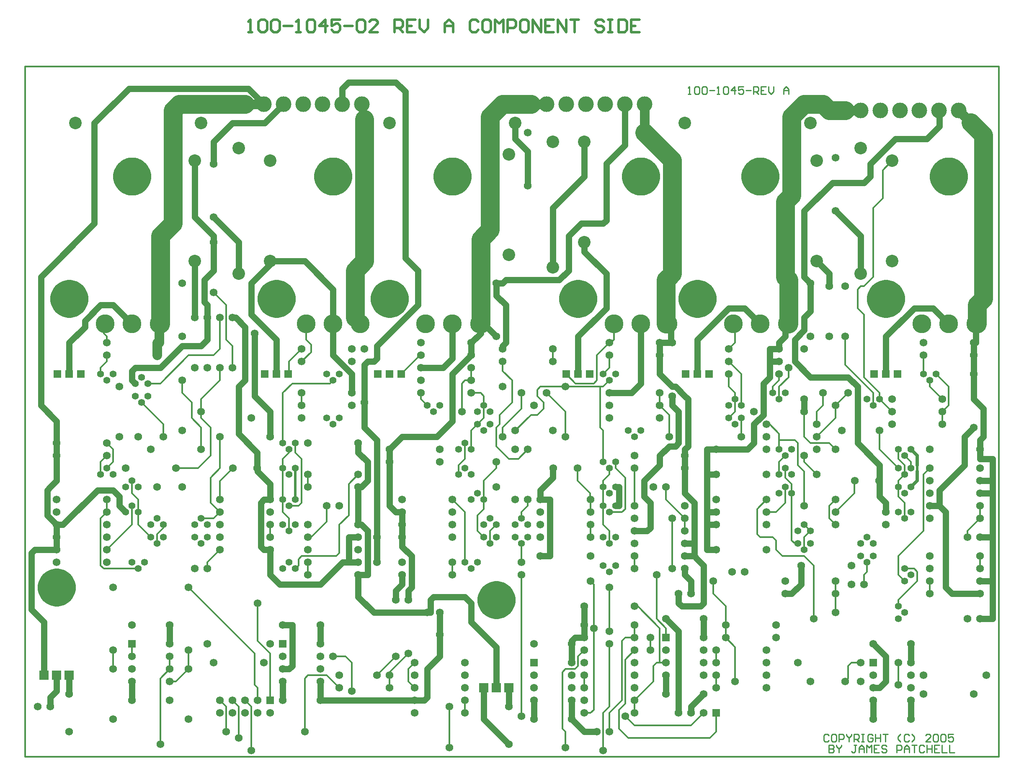
<source format=gtl>
*%FSLAX23Y23*%
*%MOIN*%
G01*
%ADD11C,0.007*%
%ADD12C,0.008*%
%ADD13C,0.010*%
%ADD14C,0.012*%
%ADD15C,0.020*%
%ADD16C,0.025*%
%ADD17C,0.030*%
%ADD18C,0.032*%
%ADD19C,0.036*%
%ADD20C,0.050*%
%ADD21C,0.052*%
%ADD22C,0.055*%
%ADD23C,0.056*%
%ADD24C,0.061*%
%ADD25C,0.062*%
%ADD26C,0.065*%
%ADD27C,0.068*%
%ADD28C,0.070*%
%ADD29C,0.075*%
%ADD30C,0.075*%
%ADD31C,0.085*%
%ADD32C,0.090*%
%ADD33C,0.100*%
%ADD34C,0.106*%
%ADD35C,0.125*%
%ADD36C,0.131*%
%ADD37C,0.145*%
%ADD38C,0.150*%
%ADD39C,0.150*%
%ADD40C,0.156*%
%ADD41C,0.250*%
%ADD42R,0.062X0.062*%
%ADD43R,0.068X0.068*%
%ADD44R,0.075X0.075*%
%ADD45R,0.081X0.081*%
D13*
X11225Y10243D02*
X11245D01*
X11235D01*
Y10303D01*
X11236D01*
X11235D02*
X11225Y10293D01*
X11275D02*
X11285Y10303D01*
X11305D01*
X11315Y10293D01*
Y10253D01*
X11305Y10243D01*
X11285D01*
X11275Y10253D01*
Y10293D01*
X11335D02*
X11345Y10303D01*
X11365D01*
X11375Y10293D01*
Y10253D01*
X11365Y10243D01*
X11345D01*
X11335Y10253D01*
Y10293D01*
X11395Y10273D02*
X11435D01*
X11455Y10243D02*
X11475D01*
X11465D01*
Y10303D01*
X11466D01*
X11465D02*
X11455Y10293D01*
X11505D02*
X11515Y10303D01*
X11535D01*
X11545Y10293D01*
Y10253D01*
X11535Y10243D01*
X11515D01*
X11505Y10253D01*
Y10293D01*
X11595Y10303D02*
Y10243D01*
X11565Y10273D02*
X11595Y10303D01*
X11605Y10273D02*
X11565D01*
X11625Y10303D02*
X11665D01*
X11625D02*
Y10273D01*
X11645Y10283D01*
X11655D01*
X11665Y10273D01*
Y10253D01*
X11655Y10243D01*
X11635D01*
X11625Y10253D01*
X11685Y10273D02*
X11725D01*
X11745Y10243D02*
Y10303D01*
X11775D01*
X11785Y10293D01*
Y10273D01*
X11775Y10263D01*
X11745D01*
X11765D02*
X11785Y10243D01*
X11805Y10303D02*
X11845D01*
X11805D02*
Y10243D01*
X11845D01*
X11825Y10273D02*
X11805D01*
X11865Y10263D02*
Y10303D01*
Y10263D02*
X11885Y10243D01*
X11905Y10263D01*
Y10303D01*
X11985Y10283D02*
Y10243D01*
Y10283D02*
X12005Y10303D01*
X12025Y10283D01*
Y10243D01*
Y10273D01*
X11985D01*
X12335Y5143D02*
X12345Y5133D01*
X12335Y5143D02*
X12315D01*
X12305Y5133D01*
Y5093D01*
X12315Y5083D01*
X12335D01*
X12345Y5093D01*
X12375Y5143D02*
X12395D01*
X12375D02*
X12365Y5133D01*
Y5093D01*
X12375Y5083D01*
X12395D01*
X12405Y5093D01*
Y5133D01*
X12395Y5143D01*
X12425D02*
Y5083D01*
Y5143D02*
X12455D01*
X12465Y5133D01*
Y5113D01*
X12455Y5103D01*
X12425D01*
X12485Y5133D02*
Y5143D01*
Y5133D02*
X12505Y5113D01*
X12525Y5133D01*
Y5143D01*
X12505Y5113D02*
Y5083D01*
X12545D02*
Y5143D01*
X12575D01*
X12585Y5133D01*
Y5113D01*
X12575Y5103D01*
X12545D01*
X12565D02*
X12585Y5083D01*
X12605Y5143D02*
X12625D01*
X12615D01*
Y5083D01*
X12605D01*
X12625D01*
X12685Y5143D02*
X12695Y5133D01*
X12685Y5143D02*
X12665D01*
X12655Y5133D01*
Y5093D01*
X12665Y5083D01*
X12685D01*
X12695Y5093D01*
Y5113D01*
X12675D01*
X12715Y5143D02*
Y5083D01*
Y5113D01*
X12755D01*
Y5143D01*
Y5083D01*
X12775Y5143D02*
X12815D01*
X12795D01*
Y5083D01*
X12895Y5103D02*
X12915Y5083D01*
X12895Y5103D02*
Y5123D01*
X12915Y5143D01*
X12975D02*
X12985Y5133D01*
X12975Y5143D02*
X12955D01*
X12945Y5133D01*
Y5093D01*
X12955Y5083D01*
X12975D01*
X12985Y5093D01*
X13005Y5083D02*
X13025Y5103D01*
Y5123D01*
X13005Y5143D01*
X13115Y5083D02*
X13155D01*
X13115D02*
X13155Y5123D01*
Y5133D01*
X13145Y5143D01*
X13125D01*
X13115Y5133D01*
X13175D02*
X13185Y5143D01*
X13205D01*
X13215Y5133D01*
Y5093D01*
X13205Y5083D01*
X13185D01*
X13175Y5093D01*
Y5133D01*
X13235D02*
X13245Y5143D01*
X13265D01*
X13275Y5133D01*
Y5093D01*
X13265Y5083D01*
X13245D01*
X13235Y5093D01*
Y5133D01*
X13295Y5143D02*
X13335D01*
X13295D02*
Y5113D01*
X13315Y5123D01*
X13325D01*
X13335Y5113D01*
Y5093D01*
X13325Y5083D01*
X13305D01*
X13295Y5093D01*
X12345Y5058D02*
Y4998D01*
X12375D01*
X12385Y5008D01*
Y5018D01*
X12375Y5028D01*
X12345D01*
X12346D01*
X12345D02*
X12346D01*
X12345D02*
X12346D01*
X12345D02*
X12375D01*
X12385Y5038D01*
Y5048D01*
X12375Y5058D01*
X12345D01*
X12405D02*
Y5048D01*
X12425Y5028D01*
X12445Y5048D01*
Y5058D01*
X12425Y5028D02*
Y4998D01*
X12545Y5058D02*
X12565D01*
X12555D02*
X12545D01*
X12555D02*
Y5008D01*
X12545Y4998D01*
X12535D01*
X12525Y5008D01*
X12585Y4998D02*
Y5038D01*
X12605Y5058D01*
X12625Y5038D01*
Y4998D01*
Y5028D01*
X12585D01*
X12645Y4998D02*
Y5058D01*
X12665Y5038D01*
X12685Y5058D01*
Y4998D01*
X12705Y5058D02*
X12745D01*
X12705D02*
Y4998D01*
X12745D01*
X12725Y5028D02*
X12705D01*
X12795Y5058D02*
X12805Y5048D01*
X12795Y5058D02*
X12775D01*
X12765Y5048D01*
Y5038D01*
X12775Y5028D01*
X12795D01*
X12805Y5018D01*
Y5008D01*
X12795Y4998D01*
X12775D01*
X12765Y5008D01*
X12885Y4998D02*
Y5058D01*
X12915D01*
X12925Y5048D01*
Y5028D01*
X12915Y5018D01*
X12885D01*
X12945Y4998D02*
Y5038D01*
X12965Y5058D01*
X12985Y5038D01*
Y4998D01*
Y5028D01*
X12945D01*
X13005Y5058D02*
X13045D01*
X13025D01*
Y4998D01*
X13095Y5058D02*
X13105Y5048D01*
X13095Y5058D02*
X13075D01*
X13065Y5048D01*
Y5008D01*
X13075Y4998D01*
X13095D01*
X13105Y5008D01*
X13125Y4998D02*
Y5058D01*
Y5028D02*
Y4998D01*
Y5028D02*
X13165D01*
Y5058D01*
Y4998D01*
X13185Y5058D02*
X13225D01*
X13185D02*
Y4998D01*
X13225D01*
X13205Y5028D02*
X13185D01*
X13245Y5058D02*
Y4998D01*
X13285D01*
X13305D02*
Y5058D01*
Y4998D02*
X13345D01*
D14*
X11000Y5988D02*
X10825Y6163D01*
X7775Y5788D02*
X7250Y6313D01*
X7050Y7613D02*
X6875Y7788D01*
X12750Y7413D02*
X12900Y7263D01*
X10250Y7713D02*
X10100Y7863D01*
X11050Y7013D02*
X11200Y6863D01*
X12475Y8088D02*
X12700Y7863D01*
X12750D02*
X12625Y7988D01*
X9094Y8163D02*
X8944Y8013D01*
X9000Y5788D02*
X8850Y5638D01*
X8750Y5613D02*
X8900Y5763D01*
X10800Y5413D02*
X10950Y5563D01*
X7602Y7263D02*
X7500Y7161D01*
X7350Y7813D02*
X7500Y7963D01*
X8350Y6838D02*
X8225Y6713D01*
X12900Y6563D02*
X13100Y6763D01*
X13050Y6363D02*
X12900Y6213D01*
X12400Y6913D02*
X12550Y7063D01*
X9975Y7688D02*
X9850Y7563D01*
X9750Y7588D02*
X9900Y7738D01*
X12250Y7513D02*
X12400Y7663D01*
X7250Y8163D02*
X7025Y7938D01*
X6800Y6813D02*
X6600Y6613D01*
X10750Y5113D02*
X11400D01*
X11250Y5213D02*
X10800D01*
X10450Y5313D02*
X10400D01*
X8350Y5613D02*
X8200D01*
X7150Y5563D02*
X7100D01*
X10250Y5663D02*
X10325D01*
X10975Y5713D02*
X11050D01*
X11000D01*
X12525D02*
X12600D01*
X6650Y5663D02*
Y5813D01*
Y7313D02*
Y7413D01*
X6550Y7313D02*
Y7213D01*
Y6863D02*
Y6488D01*
X6600Y6913D02*
Y7013D01*
Y8113D02*
Y8163D01*
X6550Y8063D02*
Y8013D01*
X6575Y8338D02*
Y8413D01*
X6600Y8313D02*
Y8263D01*
Y7463D02*
X6650Y7413D01*
X6550Y6488D02*
X6575Y6463D01*
X6600Y8313D02*
X6575Y8338D01*
X6650Y7313D02*
X6600Y7263D01*
X6550Y7313D02*
X6600Y7363D01*
Y6913D02*
X6550Y6863D01*
Y8063D02*
X6600Y8113D01*
X8400Y5763D02*
X8500D01*
X10725Y5913D02*
X10800D01*
X6800Y5863D02*
Y5763D01*
Y6813D02*
Y6963D01*
Y7063D02*
Y7163D01*
X6850Y6913D02*
Y6813D01*
Y6913D02*
Y7013D01*
Y6813D02*
X6950Y6713D01*
X6850Y7013D02*
X6800Y7063D01*
X7025Y5588D02*
Y5063D01*
X7100Y5663D02*
Y5763D01*
X7050Y6788D02*
Y6813D01*
X7000Y6738D02*
Y6663D01*
X7050Y7513D02*
Y7613D01*
X7100Y5663D02*
X7025Y5588D01*
X7000Y6738D02*
X7050Y6788D01*
X10800Y6163D02*
X10825D01*
X7250Y5813D02*
Y5663D01*
X7275Y7663D02*
Y7788D01*
X7200Y7863D02*
Y7963D01*
Y7863D02*
X7275Y7788D01*
Y7663D02*
X7350Y7588D01*
X7250Y5663D02*
X7150Y5563D01*
X6850Y6463D02*
X6575D01*
X13000D02*
X13025D01*
X13000D02*
X12950D01*
X7425Y6988D02*
Y7188D01*
X7350Y7713D02*
Y7813D01*
Y7588D02*
Y7413D01*
Y7663D02*
Y7713D01*
X7425Y7588D02*
Y7363D01*
X7400Y6513D02*
Y6463D01*
X7500Y6913D02*
X7425Y6988D01*
Y7588D02*
X7350Y7663D01*
X7550Y8563D02*
X7450Y8663D01*
X7500Y7263D02*
X7425Y7188D01*
X7500Y6913D02*
X7450Y6863D01*
X7325Y7263D02*
X7425Y7363D01*
X7500Y6613D02*
X7400Y6513D01*
X7450Y8163D02*
X7500Y8213D01*
X8150Y6563D02*
X8425D01*
X12075Y6663D02*
X12100D01*
X12150Y6563D02*
X11975D01*
X7550Y5363D02*
Y5163D01*
X7650Y5113D02*
Y5363D01*
X7500Y7013D02*
Y7161D01*
Y7263D02*
Y7513D01*
Y7963D02*
Y8063D01*
X7550Y8288D02*
Y8563D01*
X7600Y8238D02*
Y8063D01*
X7500Y8213D02*
Y8463D01*
Y5413D02*
X7550Y5363D01*
X7600Y5413D02*
X7650Y5363D01*
X7600Y8238D02*
X7550Y8288D01*
X8200Y6713D02*
X8225D01*
X11800D02*
X11900D01*
X7450Y6863D02*
X7350D01*
X7750Y5363D02*
Y5013D01*
X7775Y5538D02*
Y5788D01*
X7800Y5513D02*
Y5413D01*
Y5888D02*
Y6188D01*
X7700Y5413D02*
X7750Y5363D01*
X7800Y5513D02*
X7775Y5538D01*
X7900Y5788D02*
X7800Y5888D01*
X8050Y6963D02*
X8125D01*
X10600Y6913D02*
X10700D01*
X11850D02*
X11925D01*
X10450Y7013D02*
X10448D01*
X7900Y5788D02*
Y5413D01*
Y6713D02*
Y6813D01*
X8050Y6763D02*
Y6863D01*
X8000Y6913D02*
Y7013D01*
X8050Y7388D02*
Y7413D01*
X8000Y7263D02*
Y7013D01*
Y7263D02*
Y7338D01*
X8050Y8013D02*
Y8113D01*
X8000Y7863D02*
Y7463D01*
Y6913D02*
X8050Y6863D01*
X8000Y7338D02*
X8050Y7388D01*
Y8113D02*
X8150Y8213D01*
X8075Y7938D02*
X8000Y7863D01*
X12550Y7163D02*
X12552D01*
X7325Y7263D02*
X7150D01*
X8175Y5588D02*
Y5163D01*
X8200Y6413D02*
Y6513D01*
X8125Y6488D02*
Y6538D01*
X8150Y6988D02*
Y7338D01*
X8200Y7213D02*
Y7113D01*
X8100Y7388D02*
Y7463D01*
X8225Y8188D02*
Y8248D01*
X8185Y8288D02*
Y8413D01*
X8150Y7863D02*
Y7763D01*
X8100Y7388D02*
X8150Y7338D01*
X8225Y8248D02*
X8185Y8288D01*
X8200Y5613D02*
X8175Y5588D01*
X8125Y6538D02*
X8150Y6563D01*
X8125Y6488D02*
X8100Y6463D01*
X8125Y6963D02*
X8150Y6988D01*
Y8113D02*
X8225Y8188D01*
X9800Y7338D02*
X9875D01*
X12200Y7463D02*
X12350D01*
X8450Y6813D02*
Y6588D01*
X8350Y6838D02*
Y6963D01*
Y5613D02*
X8450Y5513D01*
X8425Y6563D02*
X8450Y6588D01*
Y6813D02*
X8525Y6888D01*
X8375Y7938D02*
X8400Y7963D01*
X11850Y7613D02*
X11875D01*
X11950Y7488D02*
X12075D01*
X8550Y5713D02*
Y5488D01*
X8525Y6888D02*
Y7138D01*
X8500Y5763D02*
X8550Y5713D01*
X8525Y7138D02*
X8600Y7213D01*
X9975Y7688D02*
X10025D01*
X9575Y7863D02*
X9500D01*
X8850Y5613D02*
Y5513D01*
Y5613D02*
Y5638D01*
X10331Y7938D02*
X10475D01*
X8050Y8013D02*
X8044D01*
X10525Y7913D02*
X10550D01*
X10250D01*
X10050D01*
X9500Y7963D02*
X9450D01*
X7025Y7938D02*
X6925D01*
X8075D02*
X8375D01*
X9000Y5663D02*
Y5563D01*
X9050Y5513D01*
X9000Y5663D02*
X9050Y5713D01*
X9094Y8163D02*
X9100D01*
X7450D02*
X7250D01*
X10600Y8263D02*
X10610D01*
X9100Y7863D02*
Y7813D01*
X9150Y7763D01*
X11575Y8413D02*
X11600D01*
X11585D02*
X11575D01*
X6585D02*
X6575D01*
X9400Y7288D02*
Y7213D01*
X9425Y7713D02*
Y7938D01*
X9350Y6513D02*
Y6413D01*
X9325Y5363D02*
Y5038D01*
X9450Y6513D02*
Y6663D01*
Y7338D02*
Y7463D01*
Y6913D02*
Y6663D01*
Y5413D02*
Y5313D01*
Y6913D02*
X9350Y7013D01*
X9400Y7288D02*
X9450Y7338D01*
X9425Y7938D02*
X9450Y7963D01*
X9600Y7763D02*
Y7663D01*
X9500Y7563D02*
Y7413D01*
X9600Y7163D02*
Y7013D01*
Y6938D01*
X9550Y6888D02*
Y6763D01*
X9600Y7763D02*
Y7838D01*
X9500Y7963D02*
Y8063D01*
X9550Y6763D02*
X9600Y6713D01*
Y7838D02*
X9575Y7863D01*
X9700Y7263D02*
X9600Y7163D01*
Y6938D02*
X9550Y6888D01*
X9500Y7563D02*
X9550Y7613D01*
X9600Y7663D01*
X12600Y8713D02*
X12625D01*
X9725Y7688D02*
Y7613D01*
X9700Y7313D02*
Y7263D01*
X9650Y6763D02*
Y6663D01*
X9750Y7513D02*
Y7588D01*
X9825Y7788D02*
Y7963D01*
X9700Y7588D02*
Y7438D01*
X9750Y8038D02*
Y8113D01*
Y8038D02*
X9825Y7963D01*
X9700Y7438D02*
X9800Y7338D01*
X9700Y6813D02*
X9650Y6763D01*
X9725Y7688D02*
X9825Y7788D01*
X9725Y7613D02*
X9700Y7588D01*
X9900Y6663D02*
Y6513D01*
X9950Y6963D02*
Y7013D01*
X9900Y6913D02*
Y6863D01*
X10025Y7838D02*
Y7888D01*
X9900Y7863D02*
Y7738D01*
Y6413D02*
Y5288D01*
X10075Y7788D02*
X10025Y7838D01*
X9950Y6963D02*
X9900Y6913D01*
X10025Y7688D02*
X10075Y7738D01*
X10025Y7888D02*
X10050Y7913D01*
X9950Y7413D02*
X9875Y7338D01*
X10150Y8113D02*
Y8213D01*
X10225Y5638D02*
Y5188D01*
X10075Y7738D02*
Y7788D01*
X10225Y5188D02*
X10250Y5163D01*
X10225Y5638D02*
X10250Y5663D01*
X10400Y5613D02*
Y5513D01*
X10350Y5688D02*
Y5763D01*
X10250Y7513D02*
Y7713D01*
X10348Y7263D02*
Y7163D01*
X10250Y5163D02*
Y5038D01*
X10331Y7938D02*
X10256Y8013D01*
X10348Y7163D02*
X10448Y7063D01*
X10350Y5688D02*
X10325Y5663D01*
X10350Y5763D02*
X10400Y5813D01*
X10475Y5988D02*
Y6338D01*
X10500Y7963D02*
Y8163D01*
X10600D02*
Y8063D01*
Y5863D02*
Y5363D01*
X10550Y5313D02*
Y5013D01*
X10600Y5963D02*
Y6313D01*
X10550Y7113D02*
Y7163D01*
X10600Y7213D02*
Y7263D01*
X10525Y7588D02*
Y7913D01*
X10550Y7563D02*
Y7313D01*
X10450Y6813D02*
Y6713D01*
X10550Y6963D02*
Y7113D01*
Y6963D02*
Y6813D01*
X10600Y6763D02*
Y6663D01*
X10450Y6913D02*
Y7013D01*
X10448D02*
Y7063D01*
X10600Y5313D02*
Y5163D01*
X10475Y5338D02*
Y5988D01*
Y6338D02*
X10450Y6363D01*
X10550Y7563D02*
X10525Y7588D01*
X10550Y6813D02*
X10600Y6763D01*
X10500Y8163D02*
X10600Y8263D01*
X10500Y7963D02*
X10475Y7938D01*
X10550Y8013D02*
X10600Y8063D01*
X10610Y8263D02*
X10635Y8288D01*
X10600Y5363D02*
X10550Y5313D01*
Y7163D02*
X10600Y7213D01*
X10700Y5413D02*
X10600Y5313D01*
X10550Y7913D02*
X10600Y7963D01*
X10475Y5338D02*
X10450Y5313D01*
X10635Y8288D02*
Y8413D01*
X10800Y5413D02*
Y5313D01*
Y5913D02*
Y6013D01*
Y6963D02*
Y7263D01*
X10725Y7188D02*
Y6938D01*
X10650Y7263D02*
Y7313D01*
X10800Y6563D02*
Y6463D01*
X10700Y5888D02*
Y5413D01*
X10725Y5388D02*
Y5738D01*
X10675Y5338D02*
Y5188D01*
X10725Y7188D02*
X10650Y7263D01*
X10725Y5288D02*
X10800Y5213D01*
X10750Y5113D02*
X10675Y5188D01*
X10700Y5888D02*
X10725Y5913D01*
X10700Y6913D02*
X10725Y6938D01*
Y5388D02*
X10675Y5338D01*
X10725Y5738D02*
X10800Y5813D01*
X10925D02*
Y5913D01*
X10950Y5688D02*
Y5563D01*
X11000Y5713D02*
Y5988D01*
Y7763D02*
Y7863D01*
X10975Y6413D02*
Y6063D01*
X11075Y7688D02*
X11000Y7763D01*
X10975Y6063D02*
X11050Y5988D01*
X10975Y5713D02*
X10950Y5688D01*
X11075Y7513D02*
Y7688D01*
X11050Y7113D02*
Y7013D01*
X11200Y6863D02*
Y6763D01*
X11100Y6863D02*
Y6463D01*
X11050Y5988D02*
Y5913D01*
X11350Y5313D02*
X11250Y5213D01*
X11400Y5113D02*
X11450Y5163D01*
Y5713D02*
Y5813D01*
Y5613D02*
Y5513D01*
X11600Y5563D02*
Y5838D01*
X11425Y6263D02*
Y6363D01*
X11525Y6013D02*
Y5913D01*
Y6013D02*
Y6163D01*
X11550Y7913D02*
Y8013D01*
X11600Y7813D02*
Y7713D01*
Y7813D02*
Y7863D01*
Y8263D02*
Y8413D01*
X11450Y5313D02*
Y5163D01*
X11600Y5838D02*
X11525Y5913D01*
Y6163D02*
X11425Y6263D01*
X11600Y7863D02*
X11550Y7913D01*
X11650Y8013D02*
X11550Y8113D01*
X11600Y7713D02*
X11550Y7663D01*
Y8213D02*
X11600Y8263D01*
X11650Y8013D02*
Y7763D01*
Y7663D02*
Y7513D01*
X11775Y6938D02*
Y6738D01*
X11800Y6713D01*
X11775Y6938D02*
X11850Y7013D01*
X11950Y7213D02*
Y7313D01*
Y7963D02*
Y8013D01*
X11900Y7913D02*
Y7863D01*
X11925Y6688D02*
Y6613D01*
X11950Y7413D02*
Y7538D01*
Y7488D02*
Y7413D01*
Y7813D02*
Y7913D01*
X11925Y6613D02*
X11975Y6563D01*
X11925Y6688D02*
X11900Y6713D01*
X11950Y7538D02*
X11875Y7613D01*
X12000Y7363D02*
X11950Y7313D01*
X11900Y7913D02*
X11950Y7963D01*
X12000Y6988D02*
X11925Y6913D01*
X11950Y7913D02*
X12025Y7988D01*
X12150Y6713D02*
Y6613D01*
X12000Y6988D02*
Y7113D01*
X12150Y7313D02*
Y7363D01*
X12050Y7063D02*
Y6688D01*
Y7063D02*
Y7138D01*
X12000Y7188D02*
Y7263D01*
X12100Y7288D02*
Y7463D01*
X12150Y7238D02*
Y6963D01*
Y7513D02*
Y7713D01*
X12025Y7988D02*
Y8063D01*
X12150Y6813D02*
X12200Y6763D01*
X12075Y6663D02*
X12050Y6688D01*
X12150Y6563D02*
X12225Y6488D01*
X12250Y7213D02*
X12150Y7313D01*
X12000Y7188D02*
X12050Y7138D01*
X12150Y7238D02*
X12100Y7288D01*
Y7463D02*
X12075Y7488D01*
X12150Y7513D02*
X12200Y7463D01*
Y6763D02*
X12150Y6713D01*
X12350Y6863D02*
Y6963D01*
X12225Y6488D02*
Y6063D01*
X12250Y7613D02*
Y7713D01*
X12300Y7763D02*
Y7863D01*
X12350Y6863D02*
X12400Y6813D01*
Y7413D02*
X12350Y7463D01*
X12400Y7013D02*
X12350Y6963D01*
X12250Y7713D02*
X12300Y7763D01*
X12500Y5688D02*
Y5588D01*
X12550Y7063D02*
Y7163D01*
X12400Y6363D02*
Y6263D01*
Y6113D01*
Y7663D02*
Y7763D01*
X12575Y8538D02*
Y8688D01*
X12475Y8313D02*
Y8088D01*
X12625Y8488D02*
X12575Y8538D01*
X12525Y5713D02*
X12500Y5688D01*
Y5588D02*
X12475Y5563D01*
X12400Y7763D02*
X12500Y7863D01*
X12575Y8688D02*
X12600Y8713D01*
X12625Y6413D02*
Y6338D01*
X12650Y6438D02*
Y6513D01*
X12750Y7413D02*
Y7563D01*
X12700Y8788D02*
Y9338D01*
X12775Y9413D02*
Y9638D01*
X12700Y7863D02*
Y7763D01*
X12750Y7813D02*
Y7863D01*
X12625Y7988D02*
Y8488D01*
X12750Y7813D02*
X12850Y7713D01*
X12650Y6438D02*
X12625Y6413D01*
Y8713D02*
X12700Y8788D01*
Y9338D02*
X12775Y9413D01*
Y9638D02*
X12850Y9713D01*
X12900Y7113D02*
Y7038D01*
Y7113D02*
Y7163D01*
X12950Y6988D02*
Y6863D01*
X12900Y7338D02*
Y7413D01*
X12950Y7288D02*
Y7213D01*
X12900Y5713D02*
Y5538D01*
Y6413D02*
Y6563D01*
Y6213D02*
Y6163D01*
X12950Y6988D02*
X12900Y7038D01*
X12950Y7288D02*
X12900Y7338D01*
X12950Y7363D02*
X13000Y7313D01*
X12900Y6413D02*
X12950Y6363D01*
X12900Y7163D02*
X12950Y7213D01*
X13150Y6363D02*
Y6263D01*
X13000Y7263D02*
Y7313D01*
X13100Y7213D02*
Y6763D01*
X13050Y6438D02*
Y6363D01*
X13150Y7913D02*
Y7963D01*
X13100Y8013D02*
Y8163D01*
X13025Y6463D02*
X13050Y6438D01*
X13250Y7813D02*
X13150Y7913D01*
Y7263D02*
X13100Y7213D01*
X13250Y7613D02*
Y7713D01*
X13300Y7763D02*
Y7913D01*
X13200Y8013D01*
X13300Y7763D02*
X13250Y7713D01*
X13550Y6563D02*
Y6463D01*
X13450Y6713D02*
Y6763D01*
X13550Y6863D02*
Y6963D01*
Y6863D02*
X13450Y6763D01*
X13700Y4963D02*
Y10463D01*
X5950D02*
Y4963D01*
Y10463D02*
X13700D01*
Y4963D02*
X5950D01*
D15*
X8100Y7013D02*
Y7263D01*
X13050Y7238D02*
Y7288D01*
X7758Y10738D02*
X7725D01*
X7742D02*
X7758D01*
X7742D02*
Y10838D01*
X7743D01*
X7742D02*
X7725Y10821D01*
X7808D02*
X7825Y10838D01*
X7858D01*
X7875Y10821D01*
Y10755D01*
X7858Y10738D01*
X7825D01*
X7808Y10755D01*
Y10821D01*
X7908D02*
X7925Y10838D01*
X7958D01*
X7975Y10821D01*
Y10755D01*
X7958Y10738D01*
X7925D01*
X7908Y10755D01*
Y10821D01*
X8008Y10788D02*
X8075D01*
X8108Y10738D02*
X8142D01*
X8125D01*
Y10838D01*
X8126D01*
X8125D02*
X8108Y10821D01*
X8192D02*
X8208Y10838D01*
X8242D01*
X8258Y10821D01*
Y10755D01*
X8242Y10738D01*
X8208D01*
X8192Y10755D01*
Y10821D01*
X8341Y10838D02*
Y10738D01*
X8291Y10788D02*
X8341Y10838D01*
X8358Y10788D02*
X8291D01*
X8391Y10838D02*
X8458D01*
X8391D02*
Y10788D01*
X8425Y10805D01*
X8441D01*
X8458Y10788D01*
Y10755D01*
X8441Y10738D01*
X8408D01*
X8391Y10755D01*
X8491Y10788D02*
X8558D01*
X8591Y10821D02*
X8608Y10838D01*
X8641D01*
X8658Y10821D01*
Y10755D01*
X8641Y10738D01*
X8608D01*
X8591Y10755D01*
Y10821D01*
X8691Y10738D02*
X8758D01*
X8691D02*
X8758Y10805D01*
Y10821D01*
X8741Y10838D01*
X8708D01*
X8691Y10821D01*
X8891Y10838D02*
Y10738D01*
Y10838D02*
X8941D01*
X8958Y10821D01*
Y10788D01*
X8941Y10771D01*
X8891D01*
X8925D02*
X8958Y10738D01*
X8991Y10838D02*
X9058D01*
X8991D02*
Y10738D01*
X9058D01*
X9025Y10788D02*
X8991D01*
X9091Y10771D02*
Y10838D01*
Y10771D02*
X9125Y10738D01*
X9158Y10771D01*
Y10838D01*
X9291Y10805D02*
Y10738D01*
Y10805D02*
X9324Y10838D01*
X9358Y10805D01*
Y10738D01*
Y10788D01*
X9291D01*
X9541Y10838D02*
X9558Y10821D01*
X9541Y10838D02*
X9508D01*
X9491Y10821D01*
Y10755D01*
X9508Y10738D01*
X9541D01*
X9558Y10755D01*
X9608Y10838D02*
X9641D01*
X9608D02*
X9591Y10821D01*
Y10755D01*
X9608Y10738D01*
X9641D01*
X9658Y10755D01*
Y10821D01*
X9641Y10838D01*
X9691D02*
Y10738D01*
X9724Y10805D02*
X9691Y10838D01*
X9724Y10805D02*
X9758Y10838D01*
Y10738D01*
X9791D02*
Y10838D01*
X9841D01*
X9858Y10821D01*
Y10788D01*
X9841Y10771D01*
X9791D01*
X9908Y10838D02*
X9941D01*
X9908D02*
X9891Y10821D01*
Y10755D01*
X9908Y10738D01*
X9941D01*
X9958Y10755D01*
Y10821D01*
X9941Y10838D01*
X9991D02*
Y10738D01*
X10058D02*
X9991Y10838D01*
X10058D02*
Y10738D01*
X10091Y10838D02*
X10158D01*
X10091D02*
Y10738D01*
X10158D01*
X10124Y10788D02*
X10091D01*
X10191Y10738D02*
Y10838D01*
X10258Y10738D01*
Y10838D01*
X10291D02*
X10357D01*
X10324D01*
Y10738D01*
X10541Y10838D02*
X10557Y10821D01*
X10541Y10838D02*
X10507D01*
X10491Y10821D01*
Y10805D01*
X10507Y10788D01*
X10541D01*
X10557Y10771D01*
Y10755D01*
X10541Y10738D01*
X10507D01*
X10491Y10755D01*
X10591Y10838D02*
X10624D01*
X10607D01*
Y10738D01*
X10591D01*
X10624D01*
X10674D02*
Y10838D01*
Y10738D02*
X10724D01*
X10741Y10755D01*
Y10821D01*
X10724Y10838D01*
X10674D01*
X10774D02*
X10841D01*
X10774D02*
Y10738D01*
X10841D01*
X10807Y10788D02*
X10774D01*
D16*
X13000Y7413D02*
X13050Y7363D01*
Y7163D02*
X13000Y7113D01*
X13050Y7288D02*
Y7363D01*
Y7238D02*
Y7163D01*
D20*
X9575Y8388D02*
X9565Y8413D01*
X7798Y7263D02*
X7800Y7238D01*
X8625Y8413D02*
X8575Y8463D01*
X8650Y10043D02*
X8630Y10063D01*
X8950Y6638D02*
X9025Y6563D01*
X8900Y6913D02*
X8850Y6963D01*
X10575Y8813D02*
X10400Y8988D01*
X7450Y9113D02*
X7300Y9263D01*
X7450D02*
X7650Y9063D01*
X10300Y5263D02*
X10400Y5163D01*
X9800Y5063D02*
X9600Y5263D01*
X9700Y8313D02*
X9625Y8388D01*
X9950Y9788D02*
X9850Y9888D01*
X8975Y10263D02*
X8900Y10338D01*
X8975Y8938D02*
X9075Y8838D01*
X12250Y8913D02*
X12350Y8813D01*
X13500Y7813D02*
X13575Y7738D01*
X12700Y5863D02*
X12800Y5763D01*
X11250Y6363D02*
X11200Y6413D01*
X11150Y6188D02*
X11175Y6163D01*
X11350Y6488D02*
X11300Y6538D01*
X11275Y6563D01*
X8675Y7313D02*
X8600Y7388D01*
X8625Y6813D02*
X8675Y6763D01*
X8600Y6238D02*
X8725Y6113D01*
X9500Y6038D02*
X9700Y5838D01*
X9500Y6188D02*
X9450Y6238D01*
X7850Y6613D02*
X7825Y6638D01*
X7900Y6413D02*
X7975Y6338D01*
X8750Y7488D02*
X8650Y7588D01*
X7950Y8288D02*
X7750Y8488D01*
X12750Y7038D02*
X12800Y6988D01*
X13225Y6963D02*
X13275Y6913D01*
Y6313D02*
X13325Y6263D01*
X11800Y8413D02*
X11675Y8538D01*
X11090Y8388D02*
X11065Y8413D01*
X11000Y8013D02*
X11100Y7913D01*
X11125D02*
X11200Y7838D01*
Y7063D02*
X11275Y6988D01*
X9775Y8563D02*
X9700Y8638D01*
X12500Y7988D02*
X12575Y7913D01*
Y7463D02*
X12750Y7288D01*
X13300Y8413D02*
X13175Y8538D01*
X12600Y9113D02*
X12400Y9313D01*
X12150Y8788D02*
X12200Y8738D01*
X7400Y8563D02*
X7375Y8588D01*
X6800Y8413D02*
X6650Y8563D01*
X6800Y7963D02*
X6825Y7938D01*
X6650Y7088D02*
X6700Y7038D01*
X6200Y6813D02*
X6125Y6888D01*
X6700Y6963D02*
X6750Y6913D01*
X6200Y7638D02*
X6075Y7763D01*
X7850Y10163D02*
X7725Y10288D01*
X7650Y7536D02*
X7798Y7388D01*
X7700Y8388D02*
X7625Y8463D01*
X7800Y7238D02*
X7900Y7138D01*
X8550Y8013D02*
X8400Y8163D01*
Y8688D02*
X8175Y8913D01*
X7775Y7838D02*
X7900Y7713D01*
X11050Y6063D02*
X11150Y5963D01*
X11225Y7813D02*
X11200Y7838D01*
X10875Y7038D02*
X10925Y6988D01*
X11150Y7713D02*
X11100Y7763D01*
X12075Y8113D02*
X12200Y7988D01*
X13425Y7513D02*
X13500Y7588D01*
X13425Y7288D02*
X13225Y7088D01*
X8950Y6338D02*
X8900Y6288D01*
X9000D02*
X9025Y6313D01*
X9275Y8063D02*
X9350Y8138D01*
X10150Y7188D02*
X10050Y7088D01*
X10350Y8313D02*
X10575Y8538D01*
X10850Y7938D02*
X10775Y7863D01*
X10150Y9338D02*
X10400Y9588D01*
X7600Y10013D02*
X7450Y9863D01*
X7856Y10013D02*
X8006Y10163D01*
X11350Y5463D02*
X11250Y5363D01*
X6200Y5488D02*
X6150Y5438D01*
X11075Y8788D02*
X11100Y8813D01*
X9575Y8338D02*
X9500Y8263D01*
X8474Y10288D02*
X8524Y10338D01*
X9075Y8563D02*
X8750Y8238D01*
Y8138D02*
X8725Y8113D01*
X8675D02*
X8650Y8088D01*
X13550Y7488D02*
X13575Y7513D01*
X10325Y5913D02*
X10300Y5888D01*
X8075Y5688D02*
X8050Y5663D01*
X12750Y5513D02*
X12800Y5563D01*
X6200Y7163D02*
X6150Y7113D01*
X6125Y7088D01*
X11325Y6163D02*
X11350Y6188D01*
X8675Y7163D02*
X8625Y7113D01*
X9200Y6238D02*
X9175Y6213D01*
X9250Y5763D02*
X9150Y5663D01*
Y5438D02*
X9125Y5413D01*
X7825Y6988D02*
X7850Y7013D01*
X8475Y6513D02*
X8300Y6338D01*
X7750Y8738D02*
X7900Y8888D01*
X9225Y7513D02*
X9350Y7638D01*
X8950Y7513D02*
X8850Y7413D01*
X9350Y8013D02*
X9500Y8163D01*
X11300Y8288D02*
X11550Y8538D01*
X12125Y6338D02*
X12050Y6263D01*
X9775Y8263D02*
X9750Y8238D01*
X10575Y9689D02*
X10724Y9838D01*
X10375Y9213D02*
X10275Y9113D01*
Y8838D02*
X10200Y8763D01*
X9775D02*
X9750Y8738D01*
X10550Y9213D02*
X10575Y9238D01*
X11950Y8263D02*
X12000Y8313D01*
X11875Y7988D02*
X11825Y7938D01*
Y7688D02*
X11750Y7613D01*
Y7463D02*
X11700Y7413D01*
X12150Y8463D02*
X12200Y8513D01*
X12150Y8363D02*
X12075Y8288D01*
X12800Y8313D02*
X13025Y8538D01*
X12150Y9313D02*
X12375Y9538D01*
X12625D02*
X12675Y9588D01*
Y9688D02*
X12875Y9888D01*
X13125D02*
X13225Y9988D01*
X7450Y8838D02*
X7375Y8763D01*
X6425Y8388D02*
X6300Y8263D01*
X6425Y8438D02*
X6550Y8563D01*
X7350Y8238D02*
X7400Y8288D01*
X6825Y8063D02*
X6800Y8038D01*
X7025Y8063D02*
X7200Y8238D01*
X6525Y7088D02*
X6250Y6813D01*
X6500Y10013D02*
X6775Y10288D01*
X6500Y9213D02*
X6075Y8788D01*
X7650Y7913D02*
X7700Y7963D01*
X11200Y7413D02*
X11225Y7438D01*
X10925Y6788D02*
X10900Y6763D01*
X10875Y7163D02*
X11000Y7288D01*
Y7363D02*
X11075Y7438D01*
X11125D02*
X11150Y7463D01*
X6100Y6038D02*
X6000Y6138D01*
Y6588D02*
X6025Y6613D01*
X6100Y6038D02*
Y5613D01*
X6075Y7763D02*
Y8788D01*
X6000Y6588D02*
Y6138D01*
X10400Y5163D02*
X10500D01*
X6300Y5463D02*
Y5613D01*
X6150Y5438D02*
Y5363D01*
X6200Y5488D02*
Y5613D01*
Y6613D02*
Y6713D01*
X6125Y6888D02*
Y7088D01*
X6300Y8013D02*
Y8263D01*
X6200Y7363D02*
Y7163D01*
Y6813D02*
Y6713D01*
Y7363D02*
Y7463D01*
Y7638D01*
X8300Y5413D02*
X9050D01*
X9125D01*
X12700Y5513D02*
X12750D01*
X6425Y8388D02*
Y8413D01*
Y8438D01*
X6500Y9213D02*
Y10013D01*
X8000Y5663D02*
X8050D01*
X6700Y6963D02*
Y7038D01*
X10325Y5913D02*
X10400D01*
X6800Y5563D02*
Y5413D01*
Y7963D02*
Y8038D01*
X8000Y6013D02*
X8075D01*
X13550Y6063D02*
X13650D01*
X9150Y6113D02*
X8725D01*
X9150D02*
X9175D01*
X7100Y6013D02*
Y5863D01*
X11175Y6163D02*
X11325D01*
X9450Y6238D02*
X9200D01*
X13325Y6263D02*
X13550D01*
X12050D02*
X12000D01*
X8675Y6413D02*
X8600D01*
X8300Y6338D02*
X7975D01*
X13550Y6363D02*
X13650D01*
X7450Y9688D02*
Y9863D01*
X7300Y9713D02*
Y9263D01*
Y8913D02*
Y8463D01*
X7375Y8588D02*
Y8763D01*
X7450Y9063D02*
Y9113D01*
Y9063D02*
Y8838D01*
X7400Y8563D02*
Y8463D01*
Y8288D01*
X10050Y6563D02*
X10125D01*
X6200Y6613D02*
X6025D01*
X7850D02*
X7900D01*
X8525Y6513D02*
X8600D01*
X8475D01*
X11375Y6613D02*
X11450D01*
X11275Y6663D02*
X11200D01*
Y6563D02*
X11275D01*
X7650Y8813D02*
Y9063D01*
Y7913D02*
Y7536D01*
X8600Y6813D02*
X8625D01*
X8600Y6713D02*
X8525D01*
X6250Y6813D02*
X6200D01*
X10800Y6763D02*
X10900D01*
X11375Y6813D02*
X11450D01*
X13550Y6713D02*
X13650D01*
X7825Y6638D02*
Y6988D01*
X7750Y8488D02*
Y8738D01*
X7700Y8388D02*
Y7963D01*
X7798Y7388D02*
Y7263D01*
X7775Y7838D02*
Y8338D01*
X8900Y6913D02*
X8950D01*
X10050Y7013D02*
X10125D01*
X7900D02*
X7850D01*
X10650Y6963D02*
X10675D01*
X6650Y7088D02*
X6525D01*
X11375Y6913D02*
X11450D01*
X13550Y7063D02*
X13650D01*
X13225Y6963D02*
X13150D01*
X8000Y5563D02*
Y5413D01*
X8075Y5688D02*
Y6013D01*
X7900Y6413D02*
Y6613D01*
Y8888D02*
Y8913D01*
X7950Y8288D02*
Y8013D01*
X7900Y7138D02*
Y7013D01*
Y7513D02*
Y7713D01*
X8600Y7113D02*
X8625D01*
X10650D02*
X10675D01*
X10152Y7263D02*
X10150D01*
X12748Y7163D02*
X12750D01*
X11450Y7213D02*
X11375D01*
X13550Y7163D02*
X13650D01*
Y7338D02*
X13550D01*
X11450Y7413D02*
X11375D01*
X11450D02*
X11700D01*
X11125Y7438D02*
X11075D01*
X8300Y6013D02*
Y5863D01*
Y5563D02*
Y5413D01*
X8400Y8163D02*
Y8413D01*
Y8688D01*
X8950Y7513D02*
X9225D01*
X8630Y10063D02*
Y10163D01*
X8474D02*
Y10288D01*
X8600Y7463D02*
Y7388D01*
Y7113D02*
Y6813D01*
Y6413D02*
Y6238D01*
X8525Y6513D02*
Y6713D01*
X8650Y7788D02*
Y8088D01*
Y7788D02*
Y7588D01*
X8550Y7988D02*
Y8013D01*
Y7988D02*
Y7863D01*
X10600D02*
X10775D01*
X8850Y7313D02*
Y6963D01*
X8750Y8138D02*
Y8238D01*
X8675Y7313D02*
Y7163D01*
Y6763D02*
Y6413D01*
X8750Y6513D02*
Y7488D01*
X8850Y7413D02*
Y7313D01*
X11100Y7913D02*
X11125D01*
X12200Y7988D02*
X12500D01*
X9275Y8063D02*
X9100D01*
X7025D02*
X6825D01*
X8900Y6288D02*
Y6213D01*
X8950Y6338D02*
Y6413D01*
Y6638D02*
Y6713D01*
Y6813D01*
X9000Y6288D02*
Y6213D01*
X9025Y6313D02*
Y6563D01*
X8950Y6813D02*
Y6913D01*
X8975Y8938D02*
Y10263D01*
X8725Y8113D02*
X8675D01*
X11875Y8213D02*
X11950D01*
X13500Y8263D02*
X13515D01*
X11100D02*
X11090D01*
X11100D02*
X11000D01*
X7350Y8238D02*
X7200D01*
X11875Y8113D02*
X11950D01*
X9075Y8563D02*
Y8838D01*
X9175Y6213D02*
Y6113D01*
X9150Y5663D02*
Y5438D01*
X9250Y5763D02*
Y6113D01*
X8625Y8413D02*
X8615D01*
X9575Y8388D02*
X9625D01*
X13515Y8413D02*
X13525D01*
X11065D02*
X11050D01*
X12015D02*
X12025D01*
X12015D02*
X12000D01*
X7625Y8463D02*
X7600D01*
X9565Y8413D02*
X9575D01*
X9350D02*
Y8138D01*
Y8013D02*
Y7638D01*
X11550Y8538D02*
X11675D01*
X13025D02*
X13175D01*
X6650Y8563D02*
X6550D01*
X9600Y5513D02*
Y5263D01*
X9575Y8338D02*
Y8413D01*
X9500Y6188D02*
Y6038D01*
Y8163D02*
Y8263D01*
X9775Y8763D02*
X10200D01*
X9750Y8738D02*
X9700D01*
X9800Y5513D02*
Y5363D01*
X9700Y5513D02*
Y5838D01*
X9775Y8263D02*
Y8563D01*
X9750Y8238D02*
Y8213D01*
X9700Y8638D02*
Y8738D01*
X8175Y8913D02*
X7900D01*
X10000Y5413D02*
Y5263D01*
X9950Y9513D02*
Y9788D01*
X9850Y9888D02*
Y10013D01*
X10375Y9213D02*
X10550D01*
X10050Y7088D02*
Y7013D01*
X10150Y7188D02*
Y7263D01*
X10125Y7013D02*
Y6563D01*
X10150Y8863D02*
Y9338D01*
X10350Y8313D02*
Y8013D01*
X10400Y8988D02*
Y9063D01*
Y9588D02*
Y9863D01*
Y6163D02*
Y6013D01*
Y5913D01*
X10300Y5413D02*
Y5263D01*
Y5863D02*
Y5888D01*
Y5863D02*
Y5713D01*
X10275Y8838D02*
Y9113D01*
X12375Y9538D02*
X12625D01*
X10575Y8813D02*
Y8538D01*
Y9238D02*
Y9689D01*
X10675Y7113D02*
Y6963D01*
X10724Y9838D02*
Y10163D01*
X12875Y9888D02*
X13125D01*
X7856Y10013D02*
X7600D01*
X10850Y8413D02*
Y7938D01*
X11000Y8163D02*
Y8263D01*
Y8163D02*
Y8013D01*
X10925Y6988D02*
Y6788D01*
X10875Y7038D02*
Y7163D01*
X11000Y7288D02*
Y7363D01*
X11050Y5613D02*
Y5463D01*
X11200Y6413D02*
Y6463D01*
X11150Y6263D02*
Y6188D01*
X11090Y8263D02*
Y8388D01*
X11200Y7363D02*
Y7263D01*
Y7063D01*
X11150Y5963D02*
Y5313D01*
X11200Y7363D02*
Y7413D01*
X11150Y7463D02*
Y7713D01*
X11100Y7763D02*
Y7838D01*
X8900Y10338D02*
X8524D01*
X7725Y10288D02*
X6775D01*
X11250Y5363D02*
Y5313D01*
X11350Y5913D02*
Y6063D01*
X11250Y6263D02*
Y6363D01*
X11350Y6488D02*
Y6188D01*
X11275Y6563D02*
Y6663D01*
X11300Y8013D02*
Y8288D01*
X11275Y6988D02*
Y6663D01*
X11375Y7213D02*
Y7413D01*
Y7213D02*
Y6913D01*
Y6813D01*
Y6613D01*
X11225Y7438D02*
Y7813D01*
X11750Y7613D02*
Y7463D01*
X11875Y8113D02*
Y8213D01*
X11950D02*
Y8263D01*
X11875Y8113D02*
Y7988D01*
X11825Y7938D02*
Y7763D01*
Y7688D01*
X12125Y6488D02*
Y6338D01*
X12150Y7713D02*
Y7813D01*
X12000Y8313D02*
Y8413D01*
X12150Y8363D02*
Y8463D01*
Y8788D02*
Y9313D01*
X12075Y8288D02*
Y8113D01*
X12350Y8713D02*
Y8813D01*
X12200Y8738D02*
Y8513D01*
X12575Y7913D02*
Y7463D01*
X12700Y5413D02*
Y5263D01*
X12750Y7038D02*
Y7163D01*
Y7288D01*
X12600Y8813D02*
Y9113D01*
X12675Y9588D02*
Y9688D01*
X12800Y5763D02*
Y5563D01*
Y6913D02*
Y6988D01*
Y8013D02*
Y8313D01*
X13000Y5413D02*
Y5263D01*
Y5713D02*
Y5863D01*
X13225Y6963D02*
Y7088D01*
X13275Y6913D02*
Y6313D01*
X13225Y9988D02*
Y10113D01*
X13425Y7513D02*
Y7288D01*
X13515Y8263D02*
Y8413D01*
X13500Y8263D02*
Y8163D01*
Y8013D01*
Y7813D01*
X13550Y7488D02*
Y7413D01*
Y7338D01*
X13575Y7513D02*
Y7738D01*
X13650Y7338D02*
Y7138D01*
Y7163D01*
Y7063D01*
Y6713D01*
Y6363D01*
Y6063D01*
D22*
X13000Y7413D02*
D03*
X12950Y7363D02*
D03*
X12900Y7413D02*
D03*
X13100Y8013D02*
D03*
X13150Y7963D02*
D03*
X13200Y8013D02*
D03*
X12900Y7263D02*
D03*
X12950Y7213D02*
D03*
X13000Y7263D02*
D03*
X12900Y6063D02*
D03*
X12950Y6113D02*
D03*
X12900Y6163D02*
D03*
X12950Y6363D02*
D03*
X13000Y6413D02*
D03*
X12950Y6463D02*
D03*
X12900Y7113D02*
D03*
X12950Y7063D02*
D03*
X13000Y7113D02*
D03*
X12900Y6913D02*
D03*
X12950Y6863D02*
D03*
X13000Y6913D02*
D03*
X12650Y7813D02*
D03*
X12700Y7763D02*
D03*
X12750Y7813D02*
D03*
X11900Y7863D02*
D03*
X11950Y7813D02*
D03*
X12000Y7863D02*
D03*
X11550Y7663D02*
D03*
X11600Y7613D02*
D03*
X11650Y7663D02*
D03*
X12050Y7213D02*
D03*
X12000Y7263D02*
D03*
X11950Y7213D02*
D03*
X12050Y7063D02*
D03*
X12000Y7113D02*
D03*
X11950Y7063D02*
D03*
X11650Y7763D02*
D03*
X11600Y7813D02*
D03*
X11550Y7763D02*
D03*
X11950Y7413D02*
D03*
X12000Y7363D02*
D03*
X12050Y7413D02*
D03*
X12700Y6663D02*
D03*
X12650Y6713D02*
D03*
X12600Y6663D02*
D03*
Y6563D02*
D03*
X12650Y6513D02*
D03*
X12700Y6563D02*
D03*
X12100Y6663D02*
D03*
X12150Y6613D02*
D03*
X12200Y6663D02*
D03*
Y6763D02*
D03*
X12150Y6813D02*
D03*
X12100Y6763D02*
D03*
X10750Y7563D02*
D03*
X10800Y7513D02*
D03*
X10850Y7563D02*
D03*
X10550Y8013D02*
D03*
X10600Y7963D02*
D03*
X10650Y8013D02*
D03*
X10550Y7313D02*
D03*
X10600Y7263D02*
D03*
X10650Y7313D02*
D03*
X9950Y6813D02*
D03*
X9900Y6863D02*
D03*
X9850Y6813D02*
D03*
X10550Y6488D02*
D03*
X10600Y6438D02*
D03*
X10650Y6488D02*
D03*
Y6963D02*
D03*
X10600Y6913D02*
D03*
X10550Y6963D02*
D03*
Y6713D02*
D03*
X10600Y6663D02*
D03*
X10650Y6713D02*
D03*
X9850D02*
D03*
X9900Y6663D02*
D03*
X9950Y6713D02*
D03*
X9600D02*
D03*
X9650Y6663D02*
D03*
X9700Y6713D02*
D03*
Y6813D02*
D03*
X9650Y6863D02*
D03*
X9600Y6813D02*
D03*
X10550Y7113D02*
D03*
X10600Y7063D02*
D03*
X10650Y7113D02*
D03*
X9650Y7713D02*
D03*
X9600Y7763D02*
D03*
X9550Y7713D02*
D03*
X9500Y7213D02*
D03*
X9450Y7263D02*
D03*
X9400Y7213D02*
D03*
X9500Y7413D02*
D03*
X9450Y7463D02*
D03*
X9400Y7413D02*
D03*
X9150Y7763D02*
D03*
X9200Y7713D02*
D03*
X9250Y7763D02*
D03*
X9550Y7613D02*
D03*
X9600Y7563D02*
D03*
X9650Y7613D02*
D03*
X8350Y8013D02*
D03*
X8400Y7963D02*
D03*
X8450Y8013D02*
D03*
X8350Y7663D02*
D03*
X8400Y7613D02*
D03*
X8450Y7663D02*
D03*
X9600Y7013D02*
D03*
X9550Y7063D02*
D03*
X9500Y7013D02*
D03*
X9450Y6513D02*
D03*
X9500Y6463D02*
D03*
X9550Y6513D02*
D03*
X6850Y7113D02*
D03*
X6800Y7163D02*
D03*
X6750Y7113D02*
D03*
X6650Y7213D02*
D03*
X6600Y7263D02*
D03*
X6550Y7213D02*
D03*
X8000Y7263D02*
D03*
X8050Y7213D02*
D03*
X8100Y7263D02*
D03*
X8000Y7463D02*
D03*
X8050Y7413D02*
D03*
X8100Y7463D02*
D03*
X6825Y7838D02*
D03*
X6875Y7788D02*
D03*
X6925Y7838D02*
D03*
Y7938D02*
D03*
X6875Y7988D02*
D03*
X6825Y7938D02*
D03*
X6550Y8013D02*
D03*
X6600Y7963D02*
D03*
X6650Y8013D02*
D03*
X6850Y6913D02*
D03*
X6800Y6963D02*
D03*
X6750Y6913D02*
D03*
X8100Y6463D02*
D03*
X8050Y6513D02*
D03*
X8000Y6463D02*
D03*
X6800Y6513D02*
D03*
X6850Y6463D02*
D03*
X6900Y6513D02*
D03*
X7050Y6813D02*
D03*
X7000Y6863D02*
D03*
X6950Y6813D02*
D03*
Y6713D02*
D03*
X7000Y6663D02*
D03*
X7050Y6713D02*
D03*
X7400Y6813D02*
D03*
X7350Y6863D02*
D03*
X7300Y6813D02*
D03*
Y6713D02*
D03*
X7350Y6663D02*
D03*
X7400Y6713D02*
D03*
X8000Y6813D02*
D03*
X8050Y6763D02*
D03*
X8100Y6813D02*
D03*
Y7013D02*
D03*
X8050Y6963D02*
D03*
X8000Y7013D02*
D03*
D25*
X12900Y5538D02*
D03*
Y5713D02*
D03*
X12475Y5563D02*
D03*
X12400Y6113D02*
D03*
X12225Y6063D02*
D03*
X12025Y8063D02*
D03*
X11650Y7513D02*
D03*
X11600Y5563D02*
D03*
X11425Y6363D02*
D03*
X11075Y7513D02*
D03*
X11100Y6463D02*
D03*
Y6863D02*
D03*
X10925Y5913D02*
D03*
Y5813D02*
D03*
X10975Y6413D02*
D03*
X10725Y5288D02*
D03*
X10450Y6363D02*
D03*
X10600Y5863D02*
D03*
Y5963D02*
D03*
Y6313D02*
D03*
X10475Y5988D02*
D03*
X10550Y5013D02*
D03*
X10250Y5038D02*
D03*
X9900Y5288D02*
D03*
X9425Y7713D02*
D03*
X9325Y5363D02*
D03*
Y5038D02*
D03*
X9250Y5938D02*
D03*
X9000Y5788D02*
D03*
X8750Y5613D02*
D03*
Y6513D02*
D03*
Y6713D02*
D03*
X8550Y5488D02*
D03*
X8175Y5163D02*
D03*
X7775Y8338D02*
D03*
X7800Y6188D02*
D03*
X7750Y5013D02*
D03*
X7550Y5163D02*
D03*
X7650Y5113D02*
D03*
X7025Y5063D02*
D03*
X13100Y8263D02*
D03*
X13500D02*
D03*
X13100Y8163D02*
D03*
X13500D02*
D03*
X13150Y7413D02*
D03*
X13550D02*
D03*
X13150Y7163D02*
D03*
X13550D02*
D03*
X13150Y7263D02*
D03*
X13550D02*
D03*
X13250Y7813D02*
D03*
X12850D02*
D03*
X13250Y7713D02*
D03*
X12850D02*
D03*
Y7613D02*
D03*
X13250D02*
D03*
X13500Y8013D02*
D03*
Y7588D02*
D03*
X13450Y6063D02*
D03*
X13550D02*
D03*
X13150Y7063D02*
D03*
X13550D02*
D03*
Y6963D02*
D03*
X13150D02*
D03*
Y6863D02*
D03*
X13550D02*
D03*
X13150Y6263D02*
D03*
X13550D02*
D03*
X13150Y6363D02*
D03*
X13550D02*
D03*
X13150Y6463D02*
D03*
X13550D02*
D03*
X13150Y6563D02*
D03*
X13550D02*
D03*
X13450Y6713D02*
D03*
X13550D02*
D03*
X13100Y5613D02*
D03*
X13600D02*
D03*
X12700Y5863D02*
D03*
X13000D02*
D03*
X13500Y5463D02*
D03*
X13100D02*
D03*
X12400Y9313D02*
D03*
Y9738D02*
D03*
X12150Y8213D02*
D03*
Y7813D02*
D03*
Y7713D02*
D03*
X11750D02*
D03*
X12350Y8313D02*
D03*
Y8713D02*
D03*
X12475Y8313D02*
D03*
Y8713D02*
D03*
X12300Y7863D02*
D03*
X12500D02*
D03*
X12400Y7763D02*
D03*
X11950Y8213D02*
D03*
X11550D02*
D03*
X11950Y8113D02*
D03*
X11550D02*
D03*
X11950Y8013D02*
D03*
X11550D02*
D03*
X11850Y7613D02*
D03*
X12250D02*
D03*
X12450Y7563D02*
D03*
X12750D02*
D03*
X12748Y7163D02*
D03*
X12552D02*
D03*
X11450Y7213D02*
D03*
X11850D02*
D03*
X11450Y7413D02*
D03*
X11850D02*
D03*
X12150Y7363D02*
D03*
Y6963D02*
D03*
X12250Y7213D02*
D03*
Y7413D02*
D03*
X12200Y8313D02*
D03*
Y8738D02*
D03*
X12250Y7513D02*
D03*
X11850D02*
D03*
X11575Y6438D02*
D03*
X11675D02*
D03*
X11925Y5913D02*
D03*
X11525D02*
D03*
X11925Y6013D02*
D03*
X11525D02*
D03*
X12400Y6263D02*
D03*
X12000D02*
D03*
Y6363D02*
D03*
X12400D02*
D03*
X12525Y6338D02*
D03*
X12625D02*
D03*
X12125Y6488D02*
D03*
X12525D02*
D03*
X11050Y6063D02*
D03*
X11350D02*
D03*
X12400Y6913D02*
D03*
X12800D02*
D03*
X12400Y6813D02*
D03*
X12800D02*
D03*
X11200Y6763D02*
D03*
X10800D02*
D03*
X11200Y6963D02*
D03*
X10800D02*
D03*
X12400Y7013D02*
D03*
Y7413D02*
D03*
X11450Y6613D02*
D03*
X11850D02*
D03*
X11450Y6813D02*
D03*
X11850D02*
D03*
X11450Y6913D02*
D03*
X11850D02*
D03*
X11450Y7013D02*
D03*
X11850D02*
D03*
X12700Y5613D02*
D03*
X13000Y5713D02*
D03*
Y5613D02*
D03*
Y5513D02*
D03*
Y5413D02*
D03*
X12700D02*
D03*
Y5513D02*
D03*
X12200Y5563D02*
D03*
X12600D02*
D03*
Y5713D02*
D03*
X12100D02*
D03*
X11450Y5813D02*
D03*
X11850D02*
D03*
Y5713D02*
D03*
X11450D02*
D03*
Y5613D02*
D03*
X11850D02*
D03*
X11350Y5313D02*
D03*
X11250D02*
D03*
X11150D02*
D03*
X13000Y5263D02*
D03*
X12700D02*
D03*
X11450Y5513D02*
D03*
X11850D02*
D03*
X9950Y9513D02*
D03*
Y9938D02*
D03*
X10150Y8113D02*
D03*
X9750D02*
D03*
X10150Y7563D02*
D03*
X9850D02*
D03*
X11000Y7663D02*
D03*
X10600D02*
D03*
X11000Y7763D02*
D03*
X10600D02*
D03*
X11000Y7863D02*
D03*
X10600D02*
D03*
Y8263D02*
D03*
X11000D02*
D03*
X10600Y8163D02*
D03*
X11000D02*
D03*
X9900Y7863D02*
D03*
X10100D02*
D03*
X10000Y7763D02*
D03*
X10250Y7513D02*
D03*
Y7913D02*
D03*
X9750D02*
D03*
Y7513D02*
D03*
X10152Y7263D02*
D03*
X10348D02*
D03*
X9700Y7113D02*
D03*
Y7313D02*
D03*
X10800Y7363D02*
D03*
X11200D02*
D03*
X10800Y7263D02*
D03*
X11200D02*
D03*
X11050Y7113D02*
D03*
X10950D02*
D03*
X11100Y8263D02*
D03*
Y7838D02*
D03*
X9700Y8313D02*
D03*
Y8738D02*
D03*
X9750Y8213D02*
D03*
X10150D02*
D03*
X9850Y7013D02*
D03*
Y7413D02*
D03*
X9950Y7013D02*
D03*
Y7413D02*
D03*
X10050Y6813D02*
D03*
X10450D02*
D03*
X10800Y6163D02*
D03*
X10400D02*
D03*
Y6013D02*
D03*
X10800D02*
D03*
Y5913D02*
D03*
X10400D02*
D03*
Y5813D02*
D03*
X10800D02*
D03*
Y5713D02*
D03*
X10400D02*
D03*
X10800Y5613D02*
D03*
X10400D02*
D03*
X10000Y5863D02*
D03*
X10300D02*
D03*
X10000Y5613D02*
D03*
X10300Y5713D02*
D03*
Y5613D02*
D03*
Y5513D02*
D03*
Y5413D02*
D03*
X10000D02*
D03*
Y5513D02*
D03*
X11050Y5813D02*
D03*
X11350Y5913D02*
D03*
Y5813D02*
D03*
Y5713D02*
D03*
Y5613D02*
D03*
X11050D02*
D03*
Y5713D02*
D03*
X10050Y6713D02*
D03*
X10450D02*
D03*
X10050Y6563D02*
D03*
X10450D02*
D03*
X9900Y6413D02*
D03*
Y6513D02*
D03*
X10050Y6913D02*
D03*
X10450D02*
D03*
Y7013D02*
D03*
X10050D02*
D03*
X10800Y6463D02*
D03*
X11200D02*
D03*
X10800Y6563D02*
D03*
X11200D02*
D03*
X10800Y6663D02*
D03*
X11200D02*
D03*
X10800Y6863D02*
D03*
X11200D02*
D03*
X11250Y6263D02*
D03*
X11150D02*
D03*
X10500Y5163D02*
D03*
X10600D02*
D03*
X10800Y5513D02*
D03*
X10400D02*
D03*
Y5413D02*
D03*
X10800D02*
D03*
X10400Y5313D02*
D03*
X10800D02*
D03*
X10300Y5263D02*
D03*
X10000D02*
D03*
X11350Y5463D02*
D03*
X11050D02*
D03*
X9800Y5063D02*
D03*
Y5363D02*
D03*
X8850Y7413D02*
D03*
X9250D02*
D03*
X8200Y7113D02*
D03*
X8600D02*
D03*
X8200Y7463D02*
D03*
X8600D02*
D03*
X9500Y8263D02*
D03*
X9100D02*
D03*
X9500Y8163D02*
D03*
X9100D02*
D03*
X9500Y8063D02*
D03*
X9100D02*
D03*
Y7963D02*
D03*
X9500D02*
D03*
X9100Y7863D02*
D03*
X9500D02*
D03*
X8850Y7313D02*
D03*
X9250D02*
D03*
X8600Y7213D02*
D03*
X8200D02*
D03*
X8150Y8213D02*
D03*
X8550D02*
D03*
X8150Y8113D02*
D03*
X8550D02*
D03*
X8150Y7863D02*
D03*
X8550D02*
D03*
X8150Y7763D02*
D03*
X8550D02*
D03*
X8650Y8213D02*
D03*
Y7788D02*
D03*
X8400Y5763D02*
D03*
X8900D02*
D03*
X8200Y6413D02*
D03*
X8600D02*
D03*
X8200Y6513D02*
D03*
X8600D02*
D03*
X8350Y6963D02*
D03*
X8450D02*
D03*
X8200Y6613D02*
D03*
X8600D02*
D03*
X8200Y6713D02*
D03*
X8600D02*
D03*
X8200Y6813D02*
D03*
X8600D02*
D03*
X8950D02*
D03*
X9350D02*
D03*
X8950Y6713D02*
D03*
X9350D02*
D03*
X8950Y6913D02*
D03*
X9350D02*
D03*
X8950Y7013D02*
D03*
X9350D02*
D03*
X8950Y6513D02*
D03*
X9350D02*
D03*
Y6413D02*
D03*
X8950D02*
D03*
X9050Y5713D02*
D03*
X9450D02*
D03*
X9050Y5613D02*
D03*
X9450D02*
D03*
X8850D02*
D03*
X8450D02*
D03*
X8000Y6013D02*
D03*
X8300D02*
D03*
X9250Y6113D02*
D03*
X9150D02*
D03*
X9000Y6213D02*
D03*
X8900D02*
D03*
X9050Y5513D02*
D03*
X9450D02*
D03*
Y5413D02*
D03*
X9050D02*
D03*
X9450Y5313D02*
D03*
X9050D02*
D03*
X8450Y5513D02*
D03*
X8850D02*
D03*
X7450Y9263D02*
D03*
Y9688D02*
D03*
Y8663D02*
D03*
Y9063D02*
D03*
X7200Y7113D02*
D03*
X7000D02*
D03*
X6750Y7263D02*
D03*
X7150D02*
D03*
X7750Y7663D02*
D03*
X8150D02*
D03*
X7350Y7713D02*
D03*
Y7413D02*
D03*
X7500Y7513D02*
D03*
X7900D02*
D03*
X7798Y7263D02*
D03*
X7602D02*
D03*
X6850Y7513D02*
D03*
X7050D02*
D03*
X6950Y7413D02*
D03*
X6700Y7913D02*
D03*
Y7513D02*
D03*
X7200Y7563D02*
D03*
Y7963D02*
D03*
X7600Y8463D02*
D03*
Y8063D02*
D03*
X7500Y8463D02*
D03*
Y8063D02*
D03*
X7400Y8463D02*
D03*
Y8063D02*
D03*
X7300D02*
D03*
Y8463D02*
D03*
X7000Y8263D02*
D03*
X6600D02*
D03*
X7000Y8163D02*
D03*
X6600D02*
D03*
X7200Y8313D02*
D03*
Y8738D02*
D03*
X7500Y6713D02*
D03*
X7900D02*
D03*
X7500Y6813D02*
D03*
X7900D02*
D03*
X7500Y6913D02*
D03*
X7900D02*
D03*
X6800Y5763D02*
D03*
X7100Y5863D02*
D03*
Y5763D02*
D03*
Y5663D02*
D03*
Y5563D02*
D03*
X6800D02*
D03*
Y5663D02*
D03*
X6600Y7013D02*
D03*
X6200D02*
D03*
X7300Y6463D02*
D03*
X7400D02*
D03*
X7500Y7013D02*
D03*
X7900D02*
D03*
Y6613D02*
D03*
X7500D02*
D03*
X8000Y5763D02*
D03*
X8300Y5863D02*
D03*
Y5763D02*
D03*
Y5663D02*
D03*
Y5563D02*
D03*
X8000D02*
D03*
Y5663D02*
D03*
X7900Y5863D02*
D03*
X7400D02*
D03*
X7450Y5713D02*
D03*
X7850D02*
D03*
X7250Y6313D02*
D03*
Y5813D02*
D03*
Y5663D02*
D03*
Y5263D02*
D03*
X6650Y6313D02*
D03*
Y5813D02*
D03*
Y5663D02*
D03*
Y5263D02*
D03*
X6800Y6013D02*
D03*
X7100D02*
D03*
X7600Y5313D02*
D03*
X7900D02*
D03*
X7800Y5413D02*
D03*
Y5313D02*
D03*
X7700Y5413D02*
D03*
Y5313D02*
D03*
X7600Y5413D02*
D03*
X7500D02*
D03*
Y5313D02*
D03*
X8300Y5413D02*
D03*
X8000D02*
D03*
X7100D02*
D03*
X6800D02*
D03*
X6200Y7463D02*
D03*
X6600D02*
D03*
X6200Y7363D02*
D03*
X6600D02*
D03*
X6200Y6513D02*
D03*
X6600D02*
D03*
X6200Y6613D02*
D03*
X6600D02*
D03*
X6200Y6713D02*
D03*
X6600D02*
D03*
X6200Y6813D02*
D03*
X6600D02*
D03*
X6200Y6913D02*
D03*
X6600D02*
D03*
X6300Y5163D02*
D03*
Y5463D02*
D03*
X6050Y5363D02*
D03*
X6150D02*
D03*
D30*
X13380Y10113D02*
X13478Y10015D01*
X7015Y8413D02*
Y8263D01*
X7000D02*
Y8163D01*
Y8263D02*
X7015D01*
Y8413D02*
X7025D01*
X10880Y9938D02*
Y10163D01*
X12475Y10113D02*
X12600D01*
X10100Y10163D02*
X9975D01*
X7850D02*
X7700D01*
X6188Y8613D02*
X6188D01*
X6188D02*
X6188Y8600D01*
X6191Y8587D01*
X6194Y8575D01*
X6199Y8563D01*
X6206Y8551D01*
X6214Y8541D01*
X6223Y8531D01*
X6233Y8523D01*
X6244Y8516D01*
X6255Y8510D01*
X6268Y8505D01*
X6280Y8502D01*
X6293Y8501D01*
X6307D01*
X6320Y8502D01*
X6332Y8505D01*
X6345Y8510D01*
X6356Y8516D01*
X6367Y8523D01*
X6377Y8531D01*
X6386Y8541D01*
X6394Y8551D01*
X6401Y8563D01*
X6406Y8575D01*
X6409Y8587D01*
X6412Y8600D01*
X6412Y8613D01*
X6414D01*
X6412D02*
X6412Y8626D01*
X6409Y8639D01*
X6406Y8651D01*
X6401Y8663D01*
X6394Y8675D01*
X6386Y8685D01*
X6377Y8695D01*
X6367Y8703D01*
X6356Y8710D01*
X6345Y8716D01*
X6332Y8721D01*
X6320Y8724D01*
X6307Y8725D01*
X6293D01*
X6280Y8724D01*
X6268Y8721D01*
X6255Y8716D01*
X6244Y8710D01*
X6233Y8703D01*
X6223Y8695D01*
X6214Y8685D01*
X6206Y8675D01*
X6199Y8663D01*
X6194Y8651D01*
X6191Y8639D01*
X6188Y8626D01*
X6188Y8613D01*
X6260D02*
X6262D01*
X6260D02*
X6261Y8605D01*
X6264Y8597D01*
X6268Y8590D01*
X6274Y8584D01*
X6280Y8579D01*
X6288Y8575D01*
X6296Y8574D01*
X6304D01*
X6312Y8575D01*
X6320Y8579D01*
X6326Y8584D01*
X6332Y8590D01*
X6336Y8597D01*
X6339Y8605D01*
X6340Y8613D01*
X6340D01*
X6340D02*
X6339Y8621D01*
X6336Y8629D01*
X6332Y8636D01*
X6326Y8642D01*
X6320Y8647D01*
X6312Y8651D01*
X6304Y8652D01*
X6296D01*
X6288Y8651D01*
X6280Y8647D01*
X6274Y8642D01*
X6268Y8636D01*
X6264Y8629D01*
X6261Y8621D01*
X6260Y8613D01*
X6300D02*
D03*
X12688D02*
X12688D01*
X12688D02*
X12688Y8600D01*
X12691Y8587D01*
X12694Y8575D01*
X12699Y8563D01*
X12706Y8551D01*
X12714Y8541D01*
X12723Y8531D01*
X12733Y8523D01*
X12744Y8516D01*
X12755Y8510D01*
X12768Y8505D01*
X12780Y8502D01*
X12793Y8501D01*
X12807D01*
X12820Y8502D01*
X12832Y8505D01*
X12845Y8510D01*
X12856Y8516D01*
X12867Y8523D01*
X12877Y8531D01*
X12886Y8541D01*
X12894Y8551D01*
X12901Y8563D01*
X12906Y8575D01*
X12909Y8587D01*
X12912Y8600D01*
X12912Y8613D01*
X12914D01*
X12912D02*
X12912Y8626D01*
X12909Y8639D01*
X12906Y8651D01*
X12901Y8663D01*
X12894Y8675D01*
X12886Y8685D01*
X12877Y8695D01*
X12867Y8703D01*
X12856Y8710D01*
X12845Y8716D01*
X12832Y8721D01*
X12820Y8724D01*
X12807Y8725D01*
X12793D01*
X12780Y8724D01*
X12768Y8721D01*
X12755Y8716D01*
X12744Y8710D01*
X12733Y8703D01*
X12723Y8695D01*
X12714Y8685D01*
X12706Y8675D01*
X12699Y8663D01*
X12694Y8651D01*
X12691Y8639D01*
X12688Y8626D01*
X12688Y8613D01*
X12760D02*
X12762D01*
X12760D02*
X12761Y8605D01*
X12764Y8597D01*
X12768Y8590D01*
X12774Y8584D01*
X12780Y8579D01*
X12788Y8575D01*
X12796Y8574D01*
X12804D01*
X12812Y8575D01*
X12820Y8579D01*
X12826Y8584D01*
X12832Y8590D01*
X12836Y8597D01*
X12839Y8605D01*
X12840Y8613D01*
X12840D01*
X12840D02*
X12839Y8621D01*
X12836Y8629D01*
X12832Y8636D01*
X12826Y8642D01*
X12820Y8647D01*
X12812Y8651D01*
X12804Y8652D01*
X12796D01*
X12788Y8651D01*
X12780Y8647D01*
X12774Y8642D01*
X12768Y8636D01*
X12764Y8629D01*
X12761Y8621D01*
X12760Y8613D01*
X12800D02*
D03*
X13188Y9588D02*
X13188D01*
X13188D02*
X13188Y9575D01*
X13191Y9562D01*
X13194Y9550D01*
X13199Y9538D01*
X13206Y9526D01*
X13214Y9516D01*
X13223Y9506D01*
X13233Y9498D01*
X13244Y9491D01*
X13255Y9485D01*
X13268Y9480D01*
X13280Y9477D01*
X13293Y9476D01*
X13307D01*
X13320Y9477D01*
X13332Y9480D01*
X13345Y9485D01*
X13356Y9491D01*
X13367Y9498D01*
X13377Y9506D01*
X13386Y9516D01*
X13394Y9526D01*
X13401Y9538D01*
X13406Y9550D01*
X13409Y9562D01*
X13412Y9575D01*
X13412Y9588D01*
X13414D01*
X13412D02*
X13412Y9601D01*
X13409Y9614D01*
X13406Y9626D01*
X13401Y9638D01*
X13394Y9650D01*
X13386Y9660D01*
X13377Y9670D01*
X13367Y9678D01*
X13356Y9685D01*
X13345Y9691D01*
X13332Y9696D01*
X13320Y9699D01*
X13307Y9700D01*
X13293D01*
X13280Y9699D01*
X13268Y9696D01*
X13255Y9691D01*
X13244Y9685D01*
X13233Y9678D01*
X13223Y9670D01*
X13214Y9660D01*
X13206Y9650D01*
X13199Y9638D01*
X13194Y9626D01*
X13191Y9614D01*
X13188Y9601D01*
X13188Y9588D01*
X13260D02*
X13262D01*
X13260D02*
X13261Y9580D01*
X13264Y9572D01*
X13268Y9565D01*
X13274Y9559D01*
X13280Y9554D01*
X13288Y9550D01*
X13296Y9549D01*
X13304D01*
X13312Y9550D01*
X13320Y9554D01*
X13326Y9559D01*
X13332Y9565D01*
X13336Y9572D01*
X13339Y9580D01*
X13340Y9588D01*
X13340D01*
X13340D02*
X13339Y9596D01*
X13336Y9604D01*
X13332Y9611D01*
X13326Y9617D01*
X13320Y9622D01*
X13312Y9626D01*
X13304Y9627D01*
X13296D01*
X13288Y9626D01*
X13280Y9622D01*
X13274Y9617D01*
X13268Y9611D01*
X13264Y9604D01*
X13261Y9596D01*
X13260Y9588D01*
X13300D02*
D03*
X11188Y8613D02*
X11188D01*
X11188D02*
X11188Y8600D01*
X11191Y8587D01*
X11194Y8575D01*
X11199Y8563D01*
X11206Y8551D01*
X11214Y8541D01*
X11223Y8531D01*
X11233Y8523D01*
X11244Y8516D01*
X11255Y8510D01*
X11268Y8505D01*
X11280Y8502D01*
X11293Y8501D01*
X11307D01*
X11320Y8502D01*
X11332Y8505D01*
X11345Y8510D01*
X11356Y8516D01*
X11367Y8523D01*
X11377Y8531D01*
X11386Y8541D01*
X11394Y8551D01*
X11401Y8563D01*
X11406Y8575D01*
X11409Y8587D01*
X11412Y8600D01*
X11412Y8613D01*
X11414D01*
X11412D02*
X11412Y8626D01*
X11409Y8639D01*
X11406Y8651D01*
X11401Y8663D01*
X11394Y8675D01*
X11386Y8685D01*
X11377Y8695D01*
X11367Y8703D01*
X11356Y8710D01*
X11345Y8716D01*
X11332Y8721D01*
X11320Y8724D01*
X11307Y8725D01*
X11293D01*
X11280Y8724D01*
X11268Y8721D01*
X11255Y8716D01*
X11244Y8710D01*
X11233Y8703D01*
X11223Y8695D01*
X11214Y8685D01*
X11206Y8675D01*
X11199Y8663D01*
X11194Y8651D01*
X11191Y8639D01*
X11188Y8626D01*
X11188Y8613D01*
X11260D02*
X11262D01*
X11260D02*
X11261Y8605D01*
X11264Y8597D01*
X11268Y8590D01*
X11274Y8584D01*
X11280Y8579D01*
X11288Y8575D01*
X11296Y8574D01*
X11304D01*
X11312Y8575D01*
X11320Y8579D01*
X11326Y8584D01*
X11332Y8590D01*
X11336Y8597D01*
X11339Y8605D01*
X11340Y8613D01*
X11340D01*
X11340D02*
X11339Y8621D01*
X11336Y8629D01*
X11332Y8636D01*
X11326Y8642D01*
X11320Y8647D01*
X11312Y8651D01*
X11304Y8652D01*
X11296D01*
X11288Y8651D01*
X11280Y8647D01*
X11274Y8642D01*
X11268Y8636D01*
X11264Y8629D01*
X11261Y8621D01*
X11260Y8613D01*
X11300D02*
D03*
X11688Y9588D02*
X11688D01*
X11688D02*
X11688Y9575D01*
X11691Y9562D01*
X11694Y9550D01*
X11699Y9538D01*
X11706Y9526D01*
X11714Y9516D01*
X11723Y9506D01*
X11733Y9498D01*
X11744Y9491D01*
X11755Y9485D01*
X11768Y9480D01*
X11780Y9477D01*
X11793Y9476D01*
X11807D01*
X11820Y9477D01*
X11832Y9480D01*
X11845Y9485D01*
X11856Y9491D01*
X11867Y9498D01*
X11877Y9506D01*
X11886Y9516D01*
X11894Y9526D01*
X11901Y9538D01*
X11906Y9550D01*
X11909Y9562D01*
X11912Y9575D01*
X11912Y9588D01*
X11914D01*
X11912D02*
X11912Y9601D01*
X11909Y9614D01*
X11906Y9626D01*
X11901Y9638D01*
X11894Y9650D01*
X11886Y9660D01*
X11877Y9670D01*
X11867Y9678D01*
X11856Y9685D01*
X11845Y9691D01*
X11832Y9696D01*
X11820Y9699D01*
X11807Y9700D01*
X11793D01*
X11780Y9699D01*
X11768Y9696D01*
X11755Y9691D01*
X11744Y9685D01*
X11733Y9678D01*
X11723Y9670D01*
X11714Y9660D01*
X11706Y9650D01*
X11699Y9638D01*
X11694Y9626D01*
X11691Y9614D01*
X11688Y9601D01*
X11688Y9588D01*
X11760D02*
X11762D01*
X11760D02*
X11761Y9580D01*
X11764Y9572D01*
X11768Y9565D01*
X11774Y9559D01*
X11780Y9554D01*
X11788Y9550D01*
X11796Y9549D01*
X11804D01*
X11812Y9550D01*
X11820Y9554D01*
X11826Y9559D01*
X11832Y9565D01*
X11836Y9572D01*
X11839Y9580D01*
X11840Y9588D01*
X11840D01*
X11840D02*
X11839Y9596D01*
X11836Y9604D01*
X11832Y9611D01*
X11826Y9617D01*
X11820Y9622D01*
X11812Y9626D01*
X11804Y9627D01*
X11796D01*
X11788Y9626D01*
X11780Y9622D01*
X11774Y9617D01*
X11768Y9611D01*
X11764Y9604D01*
X11761Y9596D01*
X11760Y9588D01*
X11800D02*
D03*
X10738D02*
X10738D01*
X10738D02*
X10738Y9575D01*
X10741Y9562D01*
X10744Y9550D01*
X10749Y9538D01*
X10756Y9526D01*
X10764Y9516D01*
X10773Y9506D01*
X10783Y9498D01*
X10794Y9491D01*
X10805Y9485D01*
X10818Y9480D01*
X10830Y9477D01*
X10843Y9476D01*
X10857D01*
X10870Y9477D01*
X10882Y9480D01*
X10895Y9485D01*
X10906Y9491D01*
X10917Y9498D01*
X10927Y9506D01*
X10936Y9516D01*
X10944Y9526D01*
X10951Y9538D01*
X10956Y9550D01*
X10959Y9562D01*
X10962Y9575D01*
X10962Y9588D01*
X10964D01*
X10962D02*
X10962Y9601D01*
X10959Y9614D01*
X10956Y9626D01*
X10951Y9638D01*
X10944Y9650D01*
X10936Y9660D01*
X10927Y9670D01*
X10917Y9678D01*
X10906Y9685D01*
X10895Y9691D01*
X10882Y9696D01*
X10870Y9699D01*
X10857Y9700D01*
X10843D01*
X10830Y9699D01*
X10818Y9696D01*
X10805Y9691D01*
X10794Y9685D01*
X10783Y9678D01*
X10773Y9670D01*
X10764Y9660D01*
X10756Y9650D01*
X10749Y9638D01*
X10744Y9626D01*
X10741Y9614D01*
X10738Y9601D01*
X10738Y9588D01*
X10810D02*
X10812D01*
X10810D02*
X10811Y9580D01*
X10814Y9572D01*
X10818Y9565D01*
X10824Y9559D01*
X10830Y9554D01*
X10838Y9550D01*
X10846Y9549D01*
X10854D01*
X10862Y9550D01*
X10870Y9554D01*
X10876Y9559D01*
X10882Y9565D01*
X10886Y9572D01*
X10889Y9580D01*
X10890Y9588D01*
X10890D01*
X10890D02*
X10889Y9596D01*
X10886Y9604D01*
X10882Y9611D01*
X10876Y9617D01*
X10870Y9622D01*
X10862Y9626D01*
X10854Y9627D01*
X10846D01*
X10838Y9626D01*
X10830Y9622D01*
X10824Y9617D01*
X10818Y9611D01*
X10814Y9604D01*
X10811Y9596D01*
X10810Y9588D01*
X10850D02*
D03*
X10238Y8613D02*
X10238D01*
X10238D02*
X10238Y8600D01*
X10241Y8587D01*
X10244Y8575D01*
X10249Y8563D01*
X10256Y8551D01*
X10264Y8541D01*
X10273Y8531D01*
X10283Y8523D01*
X10294Y8516D01*
X10305Y8510D01*
X10318Y8505D01*
X10330Y8502D01*
X10343Y8501D01*
X10357D01*
X10370Y8502D01*
X10382Y8505D01*
X10395Y8510D01*
X10406Y8516D01*
X10417Y8523D01*
X10427Y8531D01*
X10436Y8541D01*
X10444Y8551D01*
X10451Y8563D01*
X10456Y8575D01*
X10459Y8587D01*
X10462Y8600D01*
X10462Y8613D01*
X10464D01*
X10462D02*
X10462Y8626D01*
X10459Y8639D01*
X10456Y8651D01*
X10451Y8663D01*
X10444Y8675D01*
X10436Y8685D01*
X10427Y8695D01*
X10417Y8703D01*
X10406Y8710D01*
X10395Y8716D01*
X10382Y8721D01*
X10370Y8724D01*
X10357Y8725D01*
X10343D01*
X10330Y8724D01*
X10318Y8721D01*
X10305Y8716D01*
X10294Y8710D01*
X10283Y8703D01*
X10273Y8695D01*
X10264Y8685D01*
X10256Y8675D01*
X10249Y8663D01*
X10244Y8651D01*
X10241Y8639D01*
X10238Y8626D01*
X10238Y8613D01*
X10310D02*
X10312D01*
X10310D02*
X10311Y8605D01*
X10314Y8597D01*
X10318Y8590D01*
X10324Y8584D01*
X10330Y8579D01*
X10338Y8575D01*
X10346Y8574D01*
X10354D01*
X10362Y8575D01*
X10370Y8579D01*
X10376Y8584D01*
X10382Y8590D01*
X10386Y8597D01*
X10389Y8605D01*
X10390Y8613D01*
X10390D01*
X10390D02*
X10389Y8621D01*
X10386Y8629D01*
X10382Y8636D01*
X10376Y8642D01*
X10370Y8647D01*
X10362Y8651D01*
X10354Y8652D01*
X10346D01*
X10338Y8651D01*
X10330Y8647D01*
X10324Y8642D01*
X10318Y8636D01*
X10314Y8629D01*
X10311Y8621D01*
X10310Y8613D01*
X10350D02*
D03*
X8288Y9588D02*
X8288D01*
X8288D02*
X8288Y9575D01*
X8291Y9562D01*
X8294Y9550D01*
X8299Y9538D01*
X8306Y9526D01*
X8314Y9516D01*
X8323Y9506D01*
X8333Y9498D01*
X8344Y9491D01*
X8355Y9485D01*
X8368Y9480D01*
X8380Y9477D01*
X8393Y9476D01*
X8407D01*
X8420Y9477D01*
X8432Y9480D01*
X8445Y9485D01*
X8456Y9491D01*
X8467Y9498D01*
X8477Y9506D01*
X8486Y9516D01*
X8494Y9526D01*
X8501Y9538D01*
X8506Y9550D01*
X8509Y9562D01*
X8512Y9575D01*
X8512Y9588D01*
X8514D01*
X8512D02*
X8512Y9601D01*
X8509Y9614D01*
X8506Y9626D01*
X8501Y9638D01*
X8494Y9650D01*
X8486Y9660D01*
X8477Y9670D01*
X8467Y9678D01*
X8456Y9685D01*
X8445Y9691D01*
X8432Y9696D01*
X8420Y9699D01*
X8407Y9700D01*
X8393D01*
X8380Y9699D01*
X8368Y9696D01*
X8355Y9691D01*
X8344Y9685D01*
X8333Y9678D01*
X8323Y9670D01*
X8314Y9660D01*
X8306Y9650D01*
X8299Y9638D01*
X8294Y9626D01*
X8291Y9614D01*
X8288Y9601D01*
X8288Y9588D01*
X8360D02*
X8362D01*
X8360D02*
X8361Y9580D01*
X8364Y9572D01*
X8368Y9565D01*
X8374Y9559D01*
X8380Y9554D01*
X8388Y9550D01*
X8396Y9549D01*
X8404D01*
X8412Y9550D01*
X8420Y9554D01*
X8426Y9559D01*
X8432Y9565D01*
X8436Y9572D01*
X8439Y9580D01*
X8440Y9588D01*
X8440D01*
X8440D02*
X8439Y9596D01*
X8436Y9604D01*
X8432Y9611D01*
X8426Y9617D01*
X8420Y9622D01*
X8412Y9626D01*
X8404Y9627D01*
X8396D01*
X8388Y9626D01*
X8380Y9622D01*
X8374Y9617D01*
X8368Y9611D01*
X8364Y9604D01*
X8361Y9596D01*
X8360Y9588D01*
X8400D02*
D03*
X9238D02*
X9238D01*
X9238D02*
X9238Y9575D01*
X9241Y9562D01*
X9244Y9550D01*
X9249Y9538D01*
X9256Y9526D01*
X9264Y9516D01*
X9273Y9506D01*
X9283Y9498D01*
X9294Y9491D01*
X9305Y9485D01*
X9318Y9480D01*
X9330Y9477D01*
X9343Y9476D01*
X9357D01*
X9370Y9477D01*
X9382Y9480D01*
X9395Y9485D01*
X9406Y9491D01*
X9417Y9498D01*
X9427Y9506D01*
X9436Y9516D01*
X9444Y9526D01*
X9451Y9538D01*
X9456Y9550D01*
X9459Y9562D01*
X9462Y9575D01*
X9462Y9588D01*
X9464D01*
X9462D02*
X9462Y9601D01*
X9459Y9614D01*
X9456Y9626D01*
X9451Y9638D01*
X9444Y9650D01*
X9436Y9660D01*
X9427Y9670D01*
X9417Y9678D01*
X9406Y9685D01*
X9395Y9691D01*
X9382Y9696D01*
X9370Y9699D01*
X9357Y9700D01*
X9343D01*
X9330Y9699D01*
X9318Y9696D01*
X9305Y9691D01*
X9294Y9685D01*
X9283Y9678D01*
X9273Y9670D01*
X9264Y9660D01*
X9256Y9650D01*
X9249Y9638D01*
X9244Y9626D01*
X9241Y9614D01*
X9238Y9601D01*
X9238Y9588D01*
X9310D02*
X9312D01*
X9310D02*
X9311Y9580D01*
X9314Y9572D01*
X9318Y9565D01*
X9324Y9559D01*
X9330Y9554D01*
X9338Y9550D01*
X9346Y9549D01*
X9354D01*
X9362Y9550D01*
X9370Y9554D01*
X9376Y9559D01*
X9382Y9565D01*
X9386Y9572D01*
X9389Y9580D01*
X9390Y9588D01*
X9390D01*
X9390D02*
X9389Y9596D01*
X9386Y9604D01*
X9382Y9611D01*
X9376Y9617D01*
X9370Y9622D01*
X9362Y9626D01*
X9354Y9627D01*
X9346D01*
X9338Y9626D01*
X9330Y9622D01*
X9324Y9617D01*
X9318Y9611D01*
X9314Y9604D01*
X9311Y9596D01*
X9310Y9588D01*
X9350D02*
D03*
X8738Y8613D02*
X8738D01*
X8738D02*
X8738Y8600D01*
X8741Y8587D01*
X8744Y8575D01*
X8749Y8563D01*
X8756Y8551D01*
X8764Y8541D01*
X8773Y8531D01*
X8783Y8523D01*
X8794Y8516D01*
X8805Y8510D01*
X8818Y8505D01*
X8830Y8502D01*
X8843Y8501D01*
X8857D01*
X8870Y8502D01*
X8882Y8505D01*
X8895Y8510D01*
X8906Y8516D01*
X8917Y8523D01*
X8927Y8531D01*
X8936Y8541D01*
X8944Y8551D01*
X8951Y8563D01*
X8956Y8575D01*
X8959Y8587D01*
X8962Y8600D01*
X8962Y8613D01*
X8964D01*
X8962D02*
X8962Y8626D01*
X8959Y8639D01*
X8956Y8651D01*
X8951Y8663D01*
X8944Y8675D01*
X8936Y8685D01*
X8927Y8695D01*
X8917Y8703D01*
X8906Y8710D01*
X8895Y8716D01*
X8882Y8721D01*
X8870Y8724D01*
X8857Y8725D01*
X8843D01*
X8830Y8724D01*
X8818Y8721D01*
X8805Y8716D01*
X8794Y8710D01*
X8783Y8703D01*
X8773Y8695D01*
X8764Y8685D01*
X8756Y8675D01*
X8749Y8663D01*
X8744Y8651D01*
X8741Y8639D01*
X8738Y8626D01*
X8738Y8613D01*
X8810D02*
X8812D01*
X8810D02*
X8811Y8605D01*
X8814Y8597D01*
X8818Y8590D01*
X8824Y8584D01*
X8830Y8579D01*
X8838Y8575D01*
X8846Y8574D01*
X8854D01*
X8862Y8575D01*
X8870Y8579D01*
X8876Y8584D01*
X8882Y8590D01*
X8886Y8597D01*
X8889Y8605D01*
X8890Y8613D01*
X8890D01*
X8890D02*
X8889Y8621D01*
X8886Y8629D01*
X8882Y8636D01*
X8876Y8642D01*
X8870Y8647D01*
X8862Y8651D01*
X8854Y8652D01*
X8846D01*
X8838Y8651D01*
X8830Y8647D01*
X8824Y8642D01*
X8818Y8636D01*
X8814Y8629D01*
X8811Y8621D01*
X8810Y8613D01*
X8850D02*
D03*
X9588Y6213D02*
X9588D01*
X9588D02*
X9588Y6200D01*
X9591Y6187D01*
X9594Y6175D01*
X9599Y6163D01*
X9606Y6151D01*
X9614Y6141D01*
X9623Y6131D01*
X9633Y6123D01*
X9644Y6116D01*
X9655Y6110D01*
X9668Y6105D01*
X9680Y6102D01*
X9693Y6101D01*
X9707D01*
X9720Y6102D01*
X9732Y6105D01*
X9745Y6110D01*
X9756Y6116D01*
X9767Y6123D01*
X9777Y6131D01*
X9786Y6141D01*
X9794Y6151D01*
X9801Y6163D01*
X9806Y6175D01*
X9809Y6187D01*
X9812Y6200D01*
X9812Y6213D01*
X9814D01*
X9812D02*
X9812Y6226D01*
X9809Y6239D01*
X9806Y6251D01*
X9801Y6263D01*
X9794Y6275D01*
X9786Y6285D01*
X9777Y6295D01*
X9767Y6303D01*
X9756Y6310D01*
X9745Y6316D01*
X9732Y6321D01*
X9720Y6324D01*
X9707Y6325D01*
X9693D01*
X9680Y6324D01*
X9668Y6321D01*
X9655Y6316D01*
X9644Y6310D01*
X9633Y6303D01*
X9623Y6295D01*
X9614Y6285D01*
X9606Y6275D01*
X9599Y6263D01*
X9594Y6251D01*
X9591Y6239D01*
X9588Y6226D01*
X9588Y6213D01*
X9660D02*
X9662D01*
X9660D02*
X9661Y6205D01*
X9664Y6197D01*
X9668Y6190D01*
X9674Y6184D01*
X9680Y6179D01*
X9688Y6175D01*
X9696Y6174D01*
X9704D01*
X9712Y6175D01*
X9720Y6179D01*
X9726Y6184D01*
X9732Y6190D01*
X9736Y6197D01*
X9739Y6205D01*
X9740Y6213D01*
X9740D01*
X9740D02*
X9739Y6221D01*
X9736Y6229D01*
X9732Y6236D01*
X9726Y6242D01*
X9720Y6247D01*
X9712Y6251D01*
X9704Y6252D01*
X9696D01*
X9688Y6251D01*
X9680Y6247D01*
X9674Y6242D01*
X9668Y6236D01*
X9664Y6229D01*
X9661Y6221D01*
X9660Y6213D01*
X9700D02*
D03*
X7838Y8613D02*
X7838D01*
X7838D02*
X7838Y8600D01*
X7841Y8587D01*
X7844Y8575D01*
X7849Y8563D01*
X7856Y8551D01*
X7864Y8541D01*
X7873Y8531D01*
X7883Y8523D01*
X7894Y8516D01*
X7905Y8510D01*
X7918Y8505D01*
X7930Y8502D01*
X7943Y8501D01*
X7957D01*
X7970Y8502D01*
X7982Y8505D01*
X7995Y8510D01*
X8006Y8516D01*
X8017Y8523D01*
X8027Y8531D01*
X8036Y8541D01*
X8044Y8551D01*
X8051Y8563D01*
X8056Y8575D01*
X8059Y8587D01*
X8062Y8600D01*
X8062Y8613D01*
X8064D01*
X8062D02*
X8062Y8626D01*
X8059Y8639D01*
X8056Y8651D01*
X8051Y8663D01*
X8044Y8675D01*
X8036Y8685D01*
X8027Y8695D01*
X8017Y8703D01*
X8006Y8710D01*
X7995Y8716D01*
X7982Y8721D01*
X7970Y8724D01*
X7957Y8725D01*
X7943D01*
X7930Y8724D01*
X7918Y8721D01*
X7905Y8716D01*
X7894Y8710D01*
X7883Y8703D01*
X7873Y8695D01*
X7864Y8685D01*
X7856Y8675D01*
X7849Y8663D01*
X7844Y8651D01*
X7841Y8639D01*
X7838Y8626D01*
X7838Y8613D01*
X7910D02*
X7912D01*
X7910D02*
X7911Y8605D01*
X7914Y8597D01*
X7918Y8590D01*
X7924Y8584D01*
X7930Y8579D01*
X7938Y8575D01*
X7946Y8574D01*
X7954D01*
X7962Y8575D01*
X7970Y8579D01*
X7976Y8584D01*
X7982Y8590D01*
X7986Y8597D01*
X7989Y8605D01*
X7990Y8613D01*
X7990D01*
X7990D02*
X7989Y8621D01*
X7986Y8629D01*
X7982Y8636D01*
X7976Y8642D01*
X7970Y8647D01*
X7962Y8651D01*
X7954Y8652D01*
X7946D01*
X7938Y8651D01*
X7930Y8647D01*
X7924Y8642D01*
X7918Y8636D01*
X7914Y8629D01*
X7911Y8621D01*
X7910Y8613D01*
X7950D02*
D03*
X6688Y9588D02*
X6688D01*
X6688D02*
X6688Y9575D01*
X6691Y9562D01*
X6694Y9550D01*
X6699Y9538D01*
X6706Y9526D01*
X6714Y9516D01*
X6723Y9506D01*
X6733Y9498D01*
X6744Y9491D01*
X6755Y9485D01*
X6768Y9480D01*
X6780Y9477D01*
X6793Y9476D01*
X6807D01*
X6820Y9477D01*
X6832Y9480D01*
X6845Y9485D01*
X6856Y9491D01*
X6867Y9498D01*
X6877Y9506D01*
X6886Y9516D01*
X6894Y9526D01*
X6901Y9538D01*
X6906Y9550D01*
X6909Y9562D01*
X6912Y9575D01*
X6912Y9588D01*
X6914D01*
X6912D02*
X6912Y9601D01*
X6909Y9614D01*
X6906Y9626D01*
X6901Y9638D01*
X6894Y9650D01*
X6886Y9660D01*
X6877Y9670D01*
X6867Y9678D01*
X6856Y9685D01*
X6845Y9691D01*
X6832Y9696D01*
X6820Y9699D01*
X6807Y9700D01*
X6793D01*
X6780Y9699D01*
X6768Y9696D01*
X6755Y9691D01*
X6744Y9685D01*
X6733Y9678D01*
X6723Y9670D01*
X6714Y9660D01*
X6706Y9650D01*
X6699Y9638D01*
X6694Y9626D01*
X6691Y9614D01*
X6688Y9601D01*
X6688Y9588D01*
X6760D02*
X6762D01*
X6760D02*
X6761Y9580D01*
X6764Y9572D01*
X6768Y9565D01*
X6774Y9559D01*
X6780Y9554D01*
X6788Y9550D01*
X6796Y9549D01*
X6804D01*
X6812Y9550D01*
X6820Y9554D01*
X6826Y9559D01*
X6832Y9565D01*
X6836Y9572D01*
X6839Y9580D01*
X6840Y9588D01*
X6840D01*
X6840D02*
X6839Y9596D01*
X6836Y9604D01*
X6832Y9611D01*
X6826Y9617D01*
X6820Y9622D01*
X6812Y9626D01*
X6804Y9627D01*
X6796D01*
X6788Y9626D01*
X6780Y9622D01*
X6774Y9617D01*
X6768Y9611D01*
X6764Y9604D01*
X6761Y9596D01*
X6760Y9588D01*
X6800D02*
D03*
X6088Y6313D02*
X6088D01*
X6088D02*
X6088Y6300D01*
X6091Y6287D01*
X6094Y6275D01*
X6099Y6263D01*
X6106Y6251D01*
X6114Y6241D01*
X6123Y6231D01*
X6133Y6223D01*
X6144Y6216D01*
X6155Y6210D01*
X6168Y6205D01*
X6180Y6202D01*
X6193Y6201D01*
X6207D01*
X6220Y6202D01*
X6232Y6205D01*
X6245Y6210D01*
X6256Y6216D01*
X6267Y6223D01*
X6277Y6231D01*
X6286Y6241D01*
X6294Y6251D01*
X6301Y6263D01*
X6306Y6275D01*
X6309Y6287D01*
X6312Y6300D01*
X6312Y6313D01*
X6314D01*
X6312D02*
X6312Y6326D01*
X6309Y6339D01*
X6306Y6351D01*
X6301Y6363D01*
X6294Y6375D01*
X6286Y6385D01*
X6277Y6395D01*
X6267Y6403D01*
X6256Y6410D01*
X6245Y6416D01*
X6232Y6421D01*
X6220Y6424D01*
X6207Y6425D01*
X6193D01*
X6180Y6424D01*
X6168Y6421D01*
X6155Y6416D01*
X6144Y6410D01*
X6133Y6403D01*
X6123Y6395D01*
X6114Y6385D01*
X6106Y6375D01*
X6099Y6363D01*
X6094Y6351D01*
X6091Y6339D01*
X6088Y6326D01*
X6088Y6313D01*
X6160D02*
X6162D01*
X6160D02*
X6161Y6305D01*
X6164Y6297D01*
X6168Y6290D01*
X6174Y6284D01*
X6180Y6279D01*
X6188Y6275D01*
X6196Y6274D01*
X6204D01*
X6212Y6275D01*
X6220Y6279D01*
X6226Y6284D01*
X6232Y6290D01*
X6236Y6297D01*
X6239Y6305D01*
X6240Y6313D01*
X6240D01*
X6240D02*
X6239Y6321D01*
X6236Y6329D01*
X6232Y6336D01*
X6226Y6342D01*
X6220Y6347D01*
X6212Y6351D01*
X6204Y6352D01*
X6196D01*
X6188Y6351D01*
X6180Y6347D01*
X6174Y6342D01*
X6168Y6336D01*
X6164Y6329D01*
X6161Y6321D01*
X6160Y6313D01*
X6200D02*
D03*
D33*
X12850Y8913D02*
D03*
Y9713D02*
D03*
X12250D02*
D03*
Y8913D02*
D03*
X11200Y10013D02*
D03*
X12200D02*
D03*
X12600Y8813D02*
D03*
Y9813D02*
D03*
X10400Y9063D02*
D03*
Y9863D02*
D03*
X10150D02*
D03*
Y8863D02*
D03*
X9800Y9763D02*
D03*
Y8963D02*
D03*
X9850Y10013D02*
D03*
X8850D02*
D03*
X7900Y8913D02*
D03*
Y9713D02*
D03*
X7650Y8813D02*
D03*
Y9813D02*
D03*
X7300Y9713D02*
D03*
Y8913D02*
D03*
X7350Y10013D02*
D03*
X6350D02*
D03*
D35*
X12756Y10113D02*
D03*
X12912D02*
D03*
X13068D02*
D03*
X13224D02*
D03*
X13380D02*
D03*
X12600D02*
D03*
X10256Y10163D02*
D03*
X10412D02*
D03*
X10568D02*
D03*
X10724D02*
D03*
X10880D02*
D03*
X10100D02*
D03*
X8006D02*
D03*
X8162D02*
D03*
X8318D02*
D03*
X8474D02*
D03*
X8630D02*
D03*
X7850D02*
D03*
D39*
X12000Y8788D02*
X12025Y8763D01*
X12350Y10113D02*
X12300Y10163D01*
X13478Y10015D02*
X13575Y9918D01*
X11100Y9718D02*
X10880Y9938D01*
X12000Y9388D02*
X12050Y9438D01*
Y10063D02*
X12150Y10163D01*
X13575Y8613D02*
X13525Y8563D01*
X11075Y8788D02*
X11050Y8763D01*
X9650Y9163D02*
X9575Y9088D01*
X9650Y10063D02*
X9750Y10163D01*
X7125Y9213D02*
X7025Y9113D01*
X7125Y10113D02*
X7175Y10163D01*
X8575Y8838D02*
X8650Y8913D01*
X12000Y8788D02*
Y9388D01*
X12050Y9438D02*
Y10063D01*
X12025Y8763D02*
Y8413D01*
X13575Y8613D02*
Y9918D01*
X13525Y8563D02*
Y8413D01*
X11050D02*
Y8763D01*
X11100Y8813D02*
Y9718D01*
X9575Y9088D02*
Y8413D01*
X9650Y9163D02*
Y10063D01*
X7025Y9113D02*
Y8413D01*
X7125Y9213D02*
Y10113D01*
X8650Y10043D02*
Y8913D01*
X8575Y8838D02*
Y8463D01*
X12150Y10163D02*
X12300D01*
X12350Y10113D02*
X12475D01*
X9975Y10163D02*
X9750D01*
X7700D02*
X7175D01*
X13515Y8413D02*
D03*
X13300D02*
D03*
X13085D02*
D03*
X12015D02*
D03*
X11800D02*
D03*
X11585D02*
D03*
X11065D02*
D03*
X10850D02*
D03*
X10635D02*
D03*
X8615D02*
D03*
X8400D02*
D03*
X8185D02*
D03*
X9565D02*
D03*
X9350D02*
D03*
X9135D02*
D03*
X7015D02*
D03*
X6800D02*
D03*
X6585D02*
D03*
D42*
X6206Y8013D02*
D03*
X6300D02*
D03*
X6394D02*
D03*
X12706D02*
D03*
X12800D02*
D03*
X12894D02*
D03*
X11206D02*
D03*
X11300D02*
D03*
X11394D02*
D03*
X12700Y5713D02*
D03*
X11450Y5313D02*
D03*
X10256Y8013D02*
D03*
X10350D02*
D03*
X10444D02*
D03*
X10000Y5713D02*
D03*
X11050Y5913D02*
D03*
X8756Y8013D02*
D03*
X8850D02*
D03*
X8944D02*
D03*
X7856D02*
D03*
X7950D02*
D03*
X8044D02*
D03*
X6800Y5863D02*
D03*
X8000D02*
D03*
X7900Y5413D02*
D03*
D44*
X9700Y5513D02*
D03*
X9600D02*
D03*
X9800D02*
D03*
X6300Y5613D02*
D03*
X6200D02*
D03*
X6100D02*
D03*
M02*

</source>
